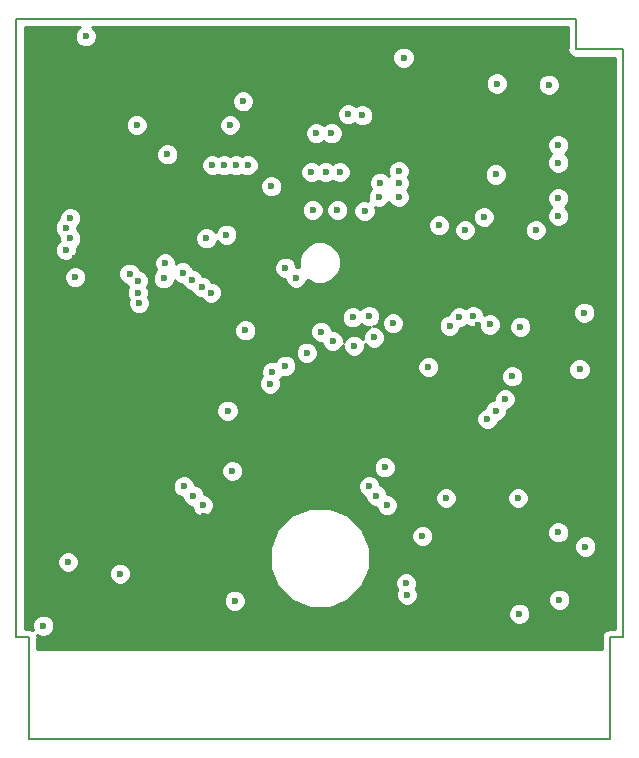
<source format=gbr>
G04 #@! TF.GenerationSoftware,KiCad,Pcbnew,5.0.0-rc2-unknown-01c2d93~65~ubuntu18.04.1*
G04 #@! TF.CreationDate,2018-07-04T16:37:19+03:00*
G04 #@! TF.ProjectId,GB-LIVE32,47422D4C49564533322E6B696361645F,v2.0*
G04 #@! TF.SameCoordinates,Original*
G04 #@! TF.FileFunction,Copper,L2,Inr,Signal*
G04 #@! TF.FilePolarity,Positive*
%FSLAX46Y46*%
G04 Gerber Fmt 4.6, Leading zero omitted, Abs format (unit mm)*
G04 Created by KiCad (PCBNEW 5.0.0-rc2-unknown-01c2d93~65~ubuntu18.04.1) date Wed Jul  4 16:37:19 2018*
%MOMM*%
%LPD*%
G01*
G04 APERTURE LIST*
G04 #@! TA.AperFunction,NonConductor*
%ADD10C,0.150000*%
G04 #@! TD*
G04 #@! TA.AperFunction,ViaPad*
%ADD11C,0.600000*%
G04 #@! TD*
G04 #@! TA.AperFunction,Conductor*
%ADD12C,0.254000*%
G04 #@! TD*
G04 APERTURE END LIST*
D10*
X121700000Y-41600000D02*
X125700000Y-41600000D01*
X121700000Y-39000000D02*
X121700000Y-41600000D01*
X125700000Y-41600000D02*
X125700000Y-91400000D01*
X74300000Y-39000000D02*
X121700000Y-39000000D01*
X74300000Y-91400000D02*
X74300000Y-39000000D01*
X124600000Y-91400000D02*
X125700000Y-91400000D01*
X75400000Y-91400000D02*
X74300000Y-91400000D01*
X124600000Y-91400000D02*
X124600000Y-100000000D01*
X75400000Y-100000000D02*
X124600000Y-100000000D01*
X75400000Y-91400000D02*
X75400000Y-100000000D01*
D11*
G04 #@! TO.N,Net-(C1-Pad2)*
X84500000Y-48000000D03*
X92400000Y-48000000D03*
G04 #@! TO.N,GND*
X93100000Y-39900000D03*
X92800000Y-86700000D03*
X120300000Y-86600000D03*
X123400000Y-90400000D03*
X78700000Y-88800000D03*
X81900000Y-89000000D03*
X90200000Y-81100000D03*
X84200000Y-81100000D03*
X110100000Y-89400000D03*
X110200000Y-81400000D03*
X110900000Y-81400000D03*
X86600000Y-46700000D03*
X81800000Y-43100000D03*
X81800000Y-44600000D03*
X96900000Y-40300000D03*
X107100000Y-44000000D03*
X122500000Y-82100000D03*
X120300000Y-80900000D03*
X105500000Y-75400000D03*
X107400000Y-89400000D03*
X107300000Y-82800000D03*
X103000000Y-69600000D03*
X97000000Y-72400000D03*
X97100000Y-58500000D03*
X79300000Y-59300000D03*
X92200000Y-73900000D03*
X114900000Y-50600000D03*
X110600000Y-44500000D03*
X113383309Y-64983309D03*
X97600000Y-53200000D03*
X96100000Y-48200000D03*
X94800000Y-42300000D03*
X83300000Y-46000000D03*
X78500000Y-48200000D03*
X84100000Y-50000000D03*
X120200000Y-52700000D03*
X87100000Y-52100000D03*
X124300000Y-52700000D03*
G04 #@! TO.N,VCC*
X92800000Y-88300000D03*
X78700000Y-85000000D03*
X107100000Y-42300000D03*
X122500000Y-83700000D03*
X120200000Y-82500000D03*
X105500000Y-77000000D03*
X107400000Y-87800000D03*
X97100000Y-60100000D03*
X79300000Y-60900000D03*
X92200000Y-72200000D03*
X114900000Y-52200000D03*
X115000000Y-44500000D03*
X119400000Y-44600000D03*
X92600000Y-77300000D03*
X122000000Y-68700000D03*
X95900000Y-53200000D03*
X120200000Y-51200000D03*
X87100000Y-50500000D03*
G04 #@! TO.N,Net-(C9-Pad1)*
X80200000Y-40500000D03*
X93500000Y-46000000D03*
G04 #@! TO.N,/VCC_CART*
X76600000Y-90400004D03*
X120300000Y-88200000D03*
G04 #@! TO.N,/~CS*
X116800000Y-79600000D03*
X92100000Y-57300000D03*
X103600000Y-47200000D03*
X110700000Y-79600000D03*
G04 #@! TO.N,/~GB_EN*
X93700000Y-65400000D03*
X95800000Y-69900000D03*
X101700000Y-52000000D03*
X102400000Y-47100000D03*
G04 #@! TO.N,/~GB_RES*
X98000000Y-60940000D03*
X122400002Y-63900000D03*
G04 #@! TO.N,/~WR*
X99300000Y-52000000D03*
X99700000Y-48700000D03*
X113900000Y-55800006D03*
X118300000Y-56900000D03*
G04 #@! TO.N,/~OE*
X100500000Y-52000000D03*
X101000000Y-48700000D03*
G04 #@! TO.N,/D4*
X78900000Y-55900000D03*
X114200000Y-72900000D03*
G04 #@! TO.N,/D5*
X78500000Y-56700000D03*
X114900000Y-72200000D03*
G04 #@! TO.N,/D6*
X78900000Y-57600000D03*
X115700000Y-71200000D03*
G04 #@! TO.N,/D7*
X78500000Y-58600000D03*
X116300000Y-69300000D03*
G04 #@! TO.N,/A0*
X83900000Y-60600000D03*
X90900000Y-51400000D03*
G04 #@! TO.N,/A1*
X84600000Y-61200000D03*
X91900000Y-51400000D03*
G04 #@! TO.N,/A2*
X84600000Y-62200000D03*
X92900000Y-51400000D03*
G04 #@! TO.N,/A3*
X84700000Y-63100000D03*
X93900000Y-51400000D03*
G04 #@! TO.N,/A4*
X90400000Y-57600000D03*
X103799994Y-55300000D03*
G04 #@! TO.N,/A5*
X104200000Y-78600000D03*
X88500000Y-78600000D03*
G04 #@! TO.N,/A6*
X104800000Y-79400000D03*
X89300006Y-79400000D03*
G04 #@! TO.N,/A7*
X105700000Y-80200000D03*
X90099992Y-80200000D03*
G04 #@! TO.N,/A8*
X96000000Y-68900000D03*
X106199978Y-64800000D03*
G04 #@! TO.N,/A9*
X97100000Y-68400000D03*
X104599978Y-66000000D03*
G04 #@! TO.N,/A10*
X117000000Y-65100000D03*
X109200000Y-68500000D03*
G04 #@! TO.N,/A11*
X98900000Y-67300000D03*
X102900006Y-66700000D03*
G04 #@! TO.N,/A12*
X100125000Y-65500000D03*
X102800000Y-64300000D03*
G04 #@! TO.N,/A13*
X101100000Y-66300000D03*
X104200000Y-64199994D03*
G04 #@! TO.N,/A14*
X112300000Y-56900000D03*
X110100000Y-56500000D03*
G04 #@! TO.N,/D0*
X111000000Y-65000000D03*
X90800000Y-62200000D03*
G04 #@! TO.N,/D1*
X111800000Y-64300010D03*
X90000004Y-61700000D03*
G04 #@! TO.N,/D2*
X113000000Y-64200000D03*
X89200000Y-61100000D03*
G04 #@! TO.N,/D3*
X114400000Y-64900000D03*
X88400000Y-60500000D03*
G04 #@! TO.N,Net-(U4-Pad1)*
X83100000Y-86000000D03*
X108700000Y-82800000D03*
G04 #@! TO.N,Net-(U4-Pad4)*
X107300000Y-86800000D03*
X116900000Y-89400000D03*
G04 #@! TO.N,/VPP*
X120200000Y-49700000D03*
X106700000Y-51900000D03*
X101500000Y-55200000D03*
X99400001Y-55200000D03*
G04 #@! TO.N,/PGD*
X86900000Y-59700000D03*
X120200000Y-54200000D03*
X106699992Y-52900000D03*
X105100000Y-52900000D03*
G04 #@! TO.N,/PGC*
X86800000Y-61000000D03*
X120200000Y-55700000D03*
X105000000Y-54100000D03*
X106700008Y-54100000D03*
G04 #@! TD*
D12*
G04 #@! TO.N,GND*
G36*
X79407345Y-39970365D02*
X79265000Y-40314017D01*
X79265000Y-40685983D01*
X79407345Y-41029635D01*
X79670365Y-41292655D01*
X80014017Y-41435000D01*
X80385983Y-41435000D01*
X80729635Y-41292655D01*
X80992655Y-41029635D01*
X81135000Y-40685983D01*
X81135000Y-40314017D01*
X80992655Y-39970365D01*
X80732290Y-39710000D01*
X120990000Y-39710000D01*
X120990001Y-41530070D01*
X120976091Y-41600000D01*
X121031195Y-41877028D01*
X121188119Y-42111881D01*
X121422972Y-42268805D01*
X121630074Y-42310000D01*
X121630075Y-42310000D01*
X121700000Y-42323909D01*
X121769926Y-42310000D01*
X124990000Y-42310000D01*
X124990001Y-90690000D01*
X124669925Y-90690000D01*
X124600000Y-90676091D01*
X124530074Y-90690000D01*
X124322972Y-90731195D01*
X124088119Y-90888119D01*
X123931195Y-91122972D01*
X123876091Y-91400000D01*
X123890000Y-91469925D01*
X123890000Y-92373000D01*
X76110000Y-92373000D01*
X76110000Y-91469925D01*
X76123909Y-91400000D01*
X76083771Y-91198212D01*
X76414017Y-91335004D01*
X76785983Y-91335004D01*
X77129635Y-91192659D01*
X77392655Y-90929639D01*
X77535000Y-90585987D01*
X77535000Y-90214021D01*
X77392655Y-89870369D01*
X77129635Y-89607349D01*
X76785983Y-89465004D01*
X76414017Y-89465004D01*
X76070365Y-89607349D01*
X75807345Y-89870369D01*
X75665000Y-90214021D01*
X75665000Y-90585987D01*
X75743561Y-90775651D01*
X75677028Y-90731195D01*
X75469926Y-90690000D01*
X75469925Y-90690000D01*
X75400000Y-90676091D01*
X75330074Y-90690000D01*
X75010000Y-90690000D01*
X75010000Y-88114017D01*
X91865000Y-88114017D01*
X91865000Y-88485983D01*
X92007345Y-88829635D01*
X92270365Y-89092655D01*
X92614017Y-89235000D01*
X92985983Y-89235000D01*
X93036640Y-89214017D01*
X115965000Y-89214017D01*
X115965000Y-89585983D01*
X116107345Y-89929635D01*
X116370365Y-90192655D01*
X116714017Y-90335000D01*
X117085983Y-90335000D01*
X117429635Y-90192655D01*
X117692655Y-89929635D01*
X117835000Y-89585983D01*
X117835000Y-89214017D01*
X117692655Y-88870365D01*
X117429635Y-88607345D01*
X117085983Y-88465000D01*
X116714017Y-88465000D01*
X116370365Y-88607345D01*
X116107345Y-88870365D01*
X115965000Y-89214017D01*
X93036640Y-89214017D01*
X93329635Y-89092655D01*
X93592655Y-88829635D01*
X93735000Y-88485983D01*
X93735000Y-88114017D01*
X93592655Y-87770365D01*
X93329635Y-87507345D01*
X92985983Y-87365000D01*
X92614017Y-87365000D01*
X92270365Y-87507345D01*
X92007345Y-87770365D01*
X91865000Y-88114017D01*
X75010000Y-88114017D01*
X75010000Y-84814017D01*
X77765000Y-84814017D01*
X77765000Y-85185983D01*
X77907345Y-85529635D01*
X78170365Y-85792655D01*
X78514017Y-85935000D01*
X78885983Y-85935000D01*
X79178062Y-85814017D01*
X82165000Y-85814017D01*
X82165000Y-86185983D01*
X82307345Y-86529635D01*
X82570365Y-86792655D01*
X82914017Y-86935000D01*
X83285983Y-86935000D01*
X83629635Y-86792655D01*
X83892655Y-86529635D01*
X84035000Y-86185983D01*
X84035000Y-85814017D01*
X83892655Y-85470365D01*
X83629635Y-85207345D01*
X83285983Y-85065000D01*
X82914017Y-85065000D01*
X82570365Y-85207345D01*
X82307345Y-85470365D01*
X82165000Y-85814017D01*
X79178062Y-85814017D01*
X79229635Y-85792655D01*
X79492655Y-85529635D01*
X79635000Y-85185983D01*
X79635000Y-84814017D01*
X79492655Y-84470365D01*
X79229635Y-84207345D01*
X78885983Y-84065000D01*
X78514017Y-84065000D01*
X78170365Y-84207345D01*
X77907345Y-84470365D01*
X77765000Y-84814017D01*
X75010000Y-84814017D01*
X75010000Y-83807606D01*
X95765000Y-83807606D01*
X95765000Y-85492394D01*
X96409740Y-87048935D01*
X97601065Y-88240260D01*
X99157606Y-88885000D01*
X100842394Y-88885000D01*
X102398935Y-88240260D01*
X103590260Y-87048935D01*
X103770408Y-86614017D01*
X106365000Y-86614017D01*
X106365000Y-86985983D01*
X106507345Y-87329635D01*
X106560696Y-87382986D01*
X106465000Y-87614017D01*
X106465000Y-87985983D01*
X106607345Y-88329635D01*
X106870365Y-88592655D01*
X107214017Y-88735000D01*
X107585983Y-88735000D01*
X107929635Y-88592655D01*
X108192655Y-88329635D01*
X108323387Y-88014017D01*
X119365000Y-88014017D01*
X119365000Y-88385983D01*
X119507345Y-88729635D01*
X119770365Y-88992655D01*
X120114017Y-89135000D01*
X120485983Y-89135000D01*
X120829635Y-88992655D01*
X121092655Y-88729635D01*
X121235000Y-88385983D01*
X121235000Y-88014017D01*
X121092655Y-87670365D01*
X120829635Y-87407345D01*
X120485983Y-87265000D01*
X120114017Y-87265000D01*
X119770365Y-87407345D01*
X119507345Y-87670365D01*
X119365000Y-88014017D01*
X108323387Y-88014017D01*
X108335000Y-87985983D01*
X108335000Y-87614017D01*
X108192655Y-87270365D01*
X108139304Y-87217014D01*
X108235000Y-86985983D01*
X108235000Y-86614017D01*
X108092655Y-86270365D01*
X107829635Y-86007345D01*
X107485983Y-85865000D01*
X107114017Y-85865000D01*
X106770365Y-86007345D01*
X106507345Y-86270365D01*
X106365000Y-86614017D01*
X103770408Y-86614017D01*
X104235000Y-85492394D01*
X104235000Y-83807606D01*
X103740600Y-82614017D01*
X107765000Y-82614017D01*
X107765000Y-82985983D01*
X107907345Y-83329635D01*
X108170365Y-83592655D01*
X108514017Y-83735000D01*
X108885983Y-83735000D01*
X109229635Y-83592655D01*
X109308273Y-83514017D01*
X121565000Y-83514017D01*
X121565000Y-83885983D01*
X121707345Y-84229635D01*
X121970365Y-84492655D01*
X122314017Y-84635000D01*
X122685983Y-84635000D01*
X123029635Y-84492655D01*
X123292655Y-84229635D01*
X123435000Y-83885983D01*
X123435000Y-83514017D01*
X123292655Y-83170365D01*
X123029635Y-82907345D01*
X122685983Y-82765000D01*
X122314017Y-82765000D01*
X121970365Y-82907345D01*
X121707345Y-83170365D01*
X121565000Y-83514017D01*
X109308273Y-83514017D01*
X109492655Y-83329635D01*
X109635000Y-82985983D01*
X109635000Y-82614017D01*
X109510737Y-82314017D01*
X119265000Y-82314017D01*
X119265000Y-82685983D01*
X119407345Y-83029635D01*
X119670365Y-83292655D01*
X120014017Y-83435000D01*
X120385983Y-83435000D01*
X120729635Y-83292655D01*
X120992655Y-83029635D01*
X121135000Y-82685983D01*
X121135000Y-82314017D01*
X120992655Y-81970365D01*
X120729635Y-81707345D01*
X120385983Y-81565000D01*
X120014017Y-81565000D01*
X119670365Y-81707345D01*
X119407345Y-81970365D01*
X119265000Y-82314017D01*
X109510737Y-82314017D01*
X109492655Y-82270365D01*
X109229635Y-82007345D01*
X108885983Y-81865000D01*
X108514017Y-81865000D01*
X108170365Y-82007345D01*
X107907345Y-82270365D01*
X107765000Y-82614017D01*
X103740600Y-82614017D01*
X103590260Y-82251065D01*
X102398935Y-81059740D01*
X100842394Y-80415000D01*
X99157606Y-80415000D01*
X97601065Y-81059740D01*
X96409740Y-82251065D01*
X95765000Y-83807606D01*
X75010000Y-83807606D01*
X75010000Y-78414017D01*
X87565000Y-78414017D01*
X87565000Y-78785983D01*
X87707345Y-79129635D01*
X87970365Y-79392655D01*
X88314017Y-79535000D01*
X88365006Y-79535000D01*
X88365006Y-79585983D01*
X88507351Y-79929635D01*
X88770371Y-80192655D01*
X89114023Y-80335000D01*
X89164992Y-80335000D01*
X89164992Y-80385983D01*
X89307337Y-80729635D01*
X89570357Y-80992655D01*
X89914009Y-81135000D01*
X90285975Y-81135000D01*
X90629627Y-80992655D01*
X90892647Y-80729635D01*
X91034992Y-80385983D01*
X91034992Y-80014017D01*
X90892647Y-79670365D01*
X90629627Y-79407345D01*
X90285975Y-79265000D01*
X90235006Y-79265000D01*
X90235006Y-79214017D01*
X90092661Y-78870365D01*
X89829641Y-78607345D01*
X89485989Y-78465000D01*
X89435000Y-78465000D01*
X89435000Y-78414017D01*
X103265000Y-78414017D01*
X103265000Y-78785983D01*
X103407345Y-79129635D01*
X103670365Y-79392655D01*
X103865000Y-79473275D01*
X103865000Y-79585983D01*
X104007345Y-79929635D01*
X104270365Y-80192655D01*
X104614017Y-80335000D01*
X104765000Y-80335000D01*
X104765000Y-80385983D01*
X104907345Y-80729635D01*
X105170365Y-80992655D01*
X105514017Y-81135000D01*
X105885983Y-81135000D01*
X106229635Y-80992655D01*
X106492655Y-80729635D01*
X106635000Y-80385983D01*
X106635000Y-80014017D01*
X106492655Y-79670365D01*
X106236307Y-79414017D01*
X109765000Y-79414017D01*
X109765000Y-79785983D01*
X109907345Y-80129635D01*
X110170365Y-80392655D01*
X110514017Y-80535000D01*
X110885983Y-80535000D01*
X111229635Y-80392655D01*
X111492655Y-80129635D01*
X111635000Y-79785983D01*
X111635000Y-79414017D01*
X115865000Y-79414017D01*
X115865000Y-79785983D01*
X116007345Y-80129635D01*
X116270365Y-80392655D01*
X116614017Y-80535000D01*
X116985983Y-80535000D01*
X117329635Y-80392655D01*
X117592655Y-80129635D01*
X117735000Y-79785983D01*
X117735000Y-79414017D01*
X117592655Y-79070365D01*
X117329635Y-78807345D01*
X116985983Y-78665000D01*
X116614017Y-78665000D01*
X116270365Y-78807345D01*
X116007345Y-79070365D01*
X115865000Y-79414017D01*
X111635000Y-79414017D01*
X111492655Y-79070365D01*
X111229635Y-78807345D01*
X110885983Y-78665000D01*
X110514017Y-78665000D01*
X110170365Y-78807345D01*
X109907345Y-79070365D01*
X109765000Y-79414017D01*
X106236307Y-79414017D01*
X106229635Y-79407345D01*
X105885983Y-79265000D01*
X105735000Y-79265000D01*
X105735000Y-79214017D01*
X105592655Y-78870365D01*
X105329635Y-78607345D01*
X105135000Y-78526725D01*
X105135000Y-78414017D01*
X104992655Y-78070365D01*
X104729635Y-77807345D01*
X104385983Y-77665000D01*
X104014017Y-77665000D01*
X103670365Y-77807345D01*
X103407345Y-78070365D01*
X103265000Y-78414017D01*
X89435000Y-78414017D01*
X89292655Y-78070365D01*
X89029635Y-77807345D01*
X88685983Y-77665000D01*
X88314017Y-77665000D01*
X87970365Y-77807345D01*
X87707345Y-78070365D01*
X87565000Y-78414017D01*
X75010000Y-78414017D01*
X75010000Y-77114017D01*
X91665000Y-77114017D01*
X91665000Y-77485983D01*
X91807345Y-77829635D01*
X92070365Y-78092655D01*
X92414017Y-78235000D01*
X92785983Y-78235000D01*
X93129635Y-78092655D01*
X93392655Y-77829635D01*
X93535000Y-77485983D01*
X93535000Y-77114017D01*
X93410737Y-76814017D01*
X104565000Y-76814017D01*
X104565000Y-77185983D01*
X104707345Y-77529635D01*
X104970365Y-77792655D01*
X105314017Y-77935000D01*
X105685983Y-77935000D01*
X106029635Y-77792655D01*
X106292655Y-77529635D01*
X106435000Y-77185983D01*
X106435000Y-76814017D01*
X106292655Y-76470365D01*
X106029635Y-76207345D01*
X105685983Y-76065000D01*
X105314017Y-76065000D01*
X104970365Y-76207345D01*
X104707345Y-76470365D01*
X104565000Y-76814017D01*
X93410737Y-76814017D01*
X93392655Y-76770365D01*
X93129635Y-76507345D01*
X92785983Y-76365000D01*
X92414017Y-76365000D01*
X92070365Y-76507345D01*
X91807345Y-76770365D01*
X91665000Y-77114017D01*
X75010000Y-77114017D01*
X75010000Y-72014017D01*
X91265000Y-72014017D01*
X91265000Y-72385983D01*
X91407345Y-72729635D01*
X91670365Y-72992655D01*
X92014017Y-73135000D01*
X92385983Y-73135000D01*
X92729635Y-72992655D01*
X92992655Y-72729635D01*
X92999124Y-72714017D01*
X113265000Y-72714017D01*
X113265000Y-73085983D01*
X113407345Y-73429635D01*
X113670365Y-73692655D01*
X114014017Y-73835000D01*
X114385983Y-73835000D01*
X114729635Y-73692655D01*
X114992655Y-73429635D01*
X115120643Y-73120643D01*
X115429635Y-72992655D01*
X115692655Y-72729635D01*
X115835000Y-72385983D01*
X115835000Y-72135000D01*
X115885983Y-72135000D01*
X116229635Y-71992655D01*
X116492655Y-71729635D01*
X116635000Y-71385983D01*
X116635000Y-71014017D01*
X116492655Y-70670365D01*
X116229635Y-70407345D01*
X115885983Y-70265000D01*
X115514017Y-70265000D01*
X115170365Y-70407345D01*
X114907345Y-70670365D01*
X114765000Y-71014017D01*
X114765000Y-71265000D01*
X114714017Y-71265000D01*
X114370365Y-71407345D01*
X114107345Y-71670365D01*
X113979357Y-71979357D01*
X113670365Y-72107345D01*
X113407345Y-72370365D01*
X113265000Y-72714017D01*
X92999124Y-72714017D01*
X93135000Y-72385983D01*
X93135000Y-72014017D01*
X92992655Y-71670365D01*
X92729635Y-71407345D01*
X92385983Y-71265000D01*
X92014017Y-71265000D01*
X91670365Y-71407345D01*
X91407345Y-71670365D01*
X91265000Y-72014017D01*
X75010000Y-72014017D01*
X75010000Y-69714017D01*
X94865000Y-69714017D01*
X94865000Y-70085983D01*
X95007345Y-70429635D01*
X95270365Y-70692655D01*
X95614017Y-70835000D01*
X95985983Y-70835000D01*
X96329635Y-70692655D01*
X96592655Y-70429635D01*
X96735000Y-70085983D01*
X96735000Y-69714017D01*
X96668593Y-69553697D01*
X96792655Y-69429635D01*
X96843886Y-69305951D01*
X96914017Y-69335000D01*
X97285983Y-69335000D01*
X97629635Y-69192655D01*
X97892655Y-68929635D01*
X98035000Y-68585983D01*
X98035000Y-68314017D01*
X108265000Y-68314017D01*
X108265000Y-68685983D01*
X108407345Y-69029635D01*
X108670365Y-69292655D01*
X109014017Y-69435000D01*
X109385983Y-69435000D01*
X109729635Y-69292655D01*
X109908273Y-69114017D01*
X115365000Y-69114017D01*
X115365000Y-69485983D01*
X115507345Y-69829635D01*
X115770365Y-70092655D01*
X116114017Y-70235000D01*
X116485983Y-70235000D01*
X116829635Y-70092655D01*
X117092655Y-69829635D01*
X117235000Y-69485983D01*
X117235000Y-69114017D01*
X117092655Y-68770365D01*
X116836307Y-68514017D01*
X121065000Y-68514017D01*
X121065000Y-68885983D01*
X121207345Y-69229635D01*
X121470365Y-69492655D01*
X121814017Y-69635000D01*
X122185983Y-69635000D01*
X122529635Y-69492655D01*
X122792655Y-69229635D01*
X122935000Y-68885983D01*
X122935000Y-68514017D01*
X122792655Y-68170365D01*
X122529635Y-67907345D01*
X122185983Y-67765000D01*
X121814017Y-67765000D01*
X121470365Y-67907345D01*
X121207345Y-68170365D01*
X121065000Y-68514017D01*
X116836307Y-68514017D01*
X116829635Y-68507345D01*
X116485983Y-68365000D01*
X116114017Y-68365000D01*
X115770365Y-68507345D01*
X115507345Y-68770365D01*
X115365000Y-69114017D01*
X109908273Y-69114017D01*
X109992655Y-69029635D01*
X110135000Y-68685983D01*
X110135000Y-68314017D01*
X109992655Y-67970365D01*
X109729635Y-67707345D01*
X109385983Y-67565000D01*
X109014017Y-67565000D01*
X108670365Y-67707345D01*
X108407345Y-67970365D01*
X108265000Y-68314017D01*
X98035000Y-68314017D01*
X98035000Y-68214017D01*
X97892655Y-67870365D01*
X97629635Y-67607345D01*
X97285983Y-67465000D01*
X96914017Y-67465000D01*
X96570365Y-67607345D01*
X96307345Y-67870365D01*
X96256114Y-67994049D01*
X96185983Y-67965000D01*
X95814017Y-67965000D01*
X95470365Y-68107345D01*
X95207345Y-68370365D01*
X95065000Y-68714017D01*
X95065000Y-69085983D01*
X95131407Y-69246303D01*
X95007345Y-69370365D01*
X94865000Y-69714017D01*
X75010000Y-69714017D01*
X75010000Y-67114017D01*
X97965000Y-67114017D01*
X97965000Y-67485983D01*
X98107345Y-67829635D01*
X98370365Y-68092655D01*
X98714017Y-68235000D01*
X99085983Y-68235000D01*
X99429635Y-68092655D01*
X99692655Y-67829635D01*
X99835000Y-67485983D01*
X99835000Y-67114017D01*
X99692655Y-66770365D01*
X99429635Y-66507345D01*
X99085983Y-66365000D01*
X98714017Y-66365000D01*
X98370365Y-66507345D01*
X98107345Y-66770365D01*
X97965000Y-67114017D01*
X75010000Y-67114017D01*
X75010000Y-65214017D01*
X92765000Y-65214017D01*
X92765000Y-65585983D01*
X92907345Y-65929635D01*
X93170365Y-66192655D01*
X93514017Y-66335000D01*
X93885983Y-66335000D01*
X94229635Y-66192655D01*
X94492655Y-65929635D01*
X94635000Y-65585983D01*
X94635000Y-65314017D01*
X99190000Y-65314017D01*
X99190000Y-65685983D01*
X99332345Y-66029635D01*
X99595365Y-66292655D01*
X99939017Y-66435000D01*
X100165000Y-66435000D01*
X100165000Y-66485983D01*
X100307345Y-66829635D01*
X100570365Y-67092655D01*
X100914017Y-67235000D01*
X101285983Y-67235000D01*
X101629635Y-67092655D01*
X101892655Y-66829635D01*
X101965006Y-66654964D01*
X101965006Y-66885983D01*
X102107351Y-67229635D01*
X102370371Y-67492655D01*
X102714023Y-67635000D01*
X103085989Y-67635000D01*
X103429641Y-67492655D01*
X103692661Y-67229635D01*
X103835006Y-66885983D01*
X103835006Y-66557318D01*
X104070343Y-66792655D01*
X104413995Y-66935000D01*
X104785961Y-66935000D01*
X105129613Y-66792655D01*
X105392633Y-66529635D01*
X105534978Y-66185983D01*
X105534978Y-65814017D01*
X105392633Y-65470365D01*
X105129613Y-65207345D01*
X104785961Y-65065000D01*
X104554964Y-65065000D01*
X104729635Y-64992649D01*
X104992655Y-64729629D01*
X105040542Y-64614017D01*
X105264978Y-64614017D01*
X105264978Y-64985983D01*
X105407323Y-65329635D01*
X105670343Y-65592655D01*
X106013995Y-65735000D01*
X106385961Y-65735000D01*
X106729613Y-65592655D01*
X106992633Y-65329635D01*
X107134978Y-64985983D01*
X107134978Y-64814017D01*
X110065000Y-64814017D01*
X110065000Y-65185983D01*
X110207345Y-65529635D01*
X110470365Y-65792655D01*
X110814017Y-65935000D01*
X111185983Y-65935000D01*
X111529635Y-65792655D01*
X111792655Y-65529635D01*
X111914692Y-65235010D01*
X111985983Y-65235010D01*
X112329635Y-65092665D01*
X112450005Y-64972295D01*
X112470365Y-64992655D01*
X112814017Y-65135000D01*
X113185983Y-65135000D01*
X113465000Y-65019428D01*
X113465000Y-65085983D01*
X113607345Y-65429635D01*
X113870365Y-65692655D01*
X114214017Y-65835000D01*
X114585983Y-65835000D01*
X114929635Y-65692655D01*
X115192655Y-65429635D01*
X115335000Y-65085983D01*
X115335000Y-64914017D01*
X116065000Y-64914017D01*
X116065000Y-65285983D01*
X116207345Y-65629635D01*
X116470365Y-65892655D01*
X116814017Y-66035000D01*
X117185983Y-66035000D01*
X117529635Y-65892655D01*
X117792655Y-65629635D01*
X117935000Y-65285983D01*
X117935000Y-64914017D01*
X117792655Y-64570365D01*
X117529635Y-64307345D01*
X117185983Y-64165000D01*
X116814017Y-64165000D01*
X116470365Y-64307345D01*
X116207345Y-64570365D01*
X116065000Y-64914017D01*
X115335000Y-64914017D01*
X115335000Y-64714017D01*
X115192655Y-64370365D01*
X114929635Y-64107345D01*
X114585983Y-63965000D01*
X114214017Y-63965000D01*
X113935000Y-64080572D01*
X113935000Y-64014017D01*
X113810737Y-63714017D01*
X121465002Y-63714017D01*
X121465002Y-64085983D01*
X121607347Y-64429635D01*
X121870367Y-64692655D01*
X122214019Y-64835000D01*
X122585985Y-64835000D01*
X122929637Y-64692655D01*
X123192657Y-64429635D01*
X123335002Y-64085983D01*
X123335002Y-63714017D01*
X123192657Y-63370365D01*
X122929637Y-63107345D01*
X122585985Y-62965000D01*
X122214019Y-62965000D01*
X121870367Y-63107345D01*
X121607347Y-63370365D01*
X121465002Y-63714017D01*
X113810737Y-63714017D01*
X113792655Y-63670365D01*
X113529635Y-63407345D01*
X113185983Y-63265000D01*
X112814017Y-63265000D01*
X112470365Y-63407345D01*
X112349995Y-63527715D01*
X112329635Y-63507355D01*
X111985983Y-63365010D01*
X111614017Y-63365010D01*
X111270365Y-63507355D01*
X111007345Y-63770375D01*
X110885308Y-64065000D01*
X110814017Y-64065000D01*
X110470365Y-64207345D01*
X110207345Y-64470365D01*
X110065000Y-64814017D01*
X107134978Y-64814017D01*
X107134978Y-64614017D01*
X106992633Y-64270365D01*
X106729613Y-64007345D01*
X106385961Y-63865000D01*
X106013995Y-63865000D01*
X105670343Y-64007345D01*
X105407323Y-64270365D01*
X105264978Y-64614017D01*
X105040542Y-64614017D01*
X105135000Y-64385977D01*
X105135000Y-64014011D01*
X104992655Y-63670359D01*
X104729635Y-63407339D01*
X104385983Y-63264994D01*
X104014017Y-63264994D01*
X103670365Y-63407339D01*
X103449997Y-63627707D01*
X103329635Y-63507345D01*
X102985983Y-63365000D01*
X102614017Y-63365000D01*
X102270365Y-63507345D01*
X102007345Y-63770365D01*
X101865000Y-64114017D01*
X101865000Y-64485983D01*
X102007345Y-64829635D01*
X102270365Y-65092655D01*
X102614017Y-65235000D01*
X102985983Y-65235000D01*
X103329635Y-65092655D01*
X103550003Y-64872287D01*
X103670365Y-64992649D01*
X104014017Y-65134994D01*
X104245014Y-65134994D01*
X104070343Y-65207345D01*
X103807323Y-65470365D01*
X103664978Y-65814017D01*
X103664978Y-66142682D01*
X103429641Y-65907345D01*
X103085989Y-65765000D01*
X102714023Y-65765000D01*
X102370371Y-65907345D01*
X102107351Y-66170365D01*
X102035000Y-66345036D01*
X102035000Y-66114017D01*
X101892655Y-65770365D01*
X101629635Y-65507345D01*
X101285983Y-65365000D01*
X101060000Y-65365000D01*
X101060000Y-65314017D01*
X100917655Y-64970365D01*
X100654635Y-64707345D01*
X100310983Y-64565000D01*
X99939017Y-64565000D01*
X99595365Y-64707345D01*
X99332345Y-64970365D01*
X99190000Y-65314017D01*
X94635000Y-65314017D01*
X94635000Y-65214017D01*
X94492655Y-64870365D01*
X94229635Y-64607345D01*
X93885983Y-64465000D01*
X93514017Y-64465000D01*
X93170365Y-64607345D01*
X92907345Y-64870365D01*
X92765000Y-65214017D01*
X75010000Y-65214017D01*
X75010000Y-60714017D01*
X78365000Y-60714017D01*
X78365000Y-61085983D01*
X78507345Y-61429635D01*
X78770365Y-61692655D01*
X79114017Y-61835000D01*
X79485983Y-61835000D01*
X79829635Y-61692655D01*
X80092655Y-61429635D01*
X80235000Y-61085983D01*
X80235000Y-60714017D01*
X80110737Y-60414017D01*
X82965000Y-60414017D01*
X82965000Y-60785983D01*
X83107345Y-61129635D01*
X83370365Y-61392655D01*
X83714017Y-61535000D01*
X83726725Y-61535000D01*
X83795070Y-61700000D01*
X83665000Y-62014017D01*
X83665000Y-62385983D01*
X83807345Y-62729635D01*
X83831407Y-62753697D01*
X83765000Y-62914017D01*
X83765000Y-63285983D01*
X83907345Y-63629635D01*
X84170365Y-63892655D01*
X84514017Y-64035000D01*
X84885983Y-64035000D01*
X85229635Y-63892655D01*
X85492655Y-63629635D01*
X85635000Y-63285983D01*
X85635000Y-62914017D01*
X85492655Y-62570365D01*
X85468593Y-62546303D01*
X85535000Y-62385983D01*
X85535000Y-62014017D01*
X85404930Y-61700000D01*
X85535000Y-61385983D01*
X85535000Y-61014017D01*
X85452158Y-60814017D01*
X85865000Y-60814017D01*
X85865000Y-61185983D01*
X86007345Y-61529635D01*
X86270365Y-61792655D01*
X86614017Y-61935000D01*
X86985983Y-61935000D01*
X87329635Y-61792655D01*
X87592655Y-61529635D01*
X87735000Y-61185983D01*
X87735000Y-61157290D01*
X87870365Y-61292655D01*
X88214017Y-61435000D01*
X88326725Y-61435000D01*
X88407345Y-61629635D01*
X88670365Y-61892655D01*
X89014017Y-62035000D01*
X89126729Y-62035000D01*
X89207349Y-62229635D01*
X89470369Y-62492655D01*
X89814021Y-62635000D01*
X89968146Y-62635000D01*
X90007345Y-62729635D01*
X90270365Y-62992655D01*
X90614017Y-63135000D01*
X90985983Y-63135000D01*
X91329635Y-62992655D01*
X91592655Y-62729635D01*
X91735000Y-62385983D01*
X91735000Y-62014017D01*
X91592655Y-61670365D01*
X91329635Y-61407345D01*
X90985983Y-61265000D01*
X90831858Y-61265000D01*
X90792659Y-61170365D01*
X90529639Y-60907345D01*
X90185987Y-60765000D01*
X90073275Y-60765000D01*
X89992655Y-60570365D01*
X89729635Y-60307345D01*
X89385983Y-60165000D01*
X89273275Y-60165000D01*
X89192655Y-59970365D01*
X89136307Y-59914017D01*
X96165000Y-59914017D01*
X96165000Y-60285983D01*
X96307345Y-60629635D01*
X96570365Y-60892655D01*
X96914017Y-61035000D01*
X97065000Y-61035000D01*
X97065000Y-61125983D01*
X97207345Y-61469635D01*
X97470365Y-61732655D01*
X97814017Y-61875000D01*
X98185983Y-61875000D01*
X98529635Y-61732655D01*
X98792655Y-61469635D01*
X98935000Y-61125983D01*
X98935000Y-61109371D01*
X98988879Y-61163250D01*
X99644941Y-61435000D01*
X100355059Y-61435000D01*
X101011121Y-61163250D01*
X101513250Y-60661121D01*
X101785000Y-60005059D01*
X101785000Y-59294941D01*
X101513250Y-58638879D01*
X101011121Y-58136750D01*
X100355059Y-57865000D01*
X99644941Y-57865000D01*
X98988879Y-58136750D01*
X98486750Y-58638879D01*
X98215000Y-59294941D01*
X98215000Y-60005059D01*
X98220980Y-60019496D01*
X98185983Y-60005000D01*
X98035000Y-60005000D01*
X98035000Y-59914017D01*
X97892655Y-59570365D01*
X97629635Y-59307345D01*
X97285983Y-59165000D01*
X96914017Y-59165000D01*
X96570365Y-59307345D01*
X96307345Y-59570365D01*
X96165000Y-59914017D01*
X89136307Y-59914017D01*
X88929635Y-59707345D01*
X88585983Y-59565000D01*
X88214017Y-59565000D01*
X87870365Y-59707345D01*
X87835000Y-59742710D01*
X87835000Y-59514017D01*
X87692655Y-59170365D01*
X87429635Y-58907345D01*
X87085983Y-58765000D01*
X86714017Y-58765000D01*
X86370365Y-58907345D01*
X86107345Y-59170365D01*
X85965000Y-59514017D01*
X85965000Y-59885983D01*
X86107345Y-60229635D01*
X86177710Y-60300000D01*
X86007345Y-60470365D01*
X85865000Y-60814017D01*
X85452158Y-60814017D01*
X85392655Y-60670365D01*
X85129635Y-60407345D01*
X84785983Y-60265000D01*
X84773275Y-60265000D01*
X84692655Y-60070365D01*
X84429635Y-59807345D01*
X84085983Y-59665000D01*
X83714017Y-59665000D01*
X83370365Y-59807345D01*
X83107345Y-60070365D01*
X82965000Y-60414017D01*
X80110737Y-60414017D01*
X80092655Y-60370365D01*
X79829635Y-60107345D01*
X79485983Y-59965000D01*
X79114017Y-59965000D01*
X78770365Y-60107345D01*
X78507345Y-60370365D01*
X78365000Y-60714017D01*
X75010000Y-60714017D01*
X75010000Y-56514017D01*
X77565000Y-56514017D01*
X77565000Y-56885983D01*
X77707345Y-57229635D01*
X77965000Y-57487290D01*
X77965000Y-57785983D01*
X77973338Y-57806113D01*
X77970365Y-57807345D01*
X77707345Y-58070365D01*
X77565000Y-58414017D01*
X77565000Y-58785983D01*
X77707345Y-59129635D01*
X77970365Y-59392655D01*
X78314017Y-59535000D01*
X78685983Y-59535000D01*
X79029635Y-59392655D01*
X79292655Y-59129635D01*
X79435000Y-58785983D01*
X79435000Y-58414017D01*
X79426662Y-58393887D01*
X79429635Y-58392655D01*
X79692655Y-58129635D01*
X79835000Y-57785983D01*
X79835000Y-57414017D01*
X89465000Y-57414017D01*
X89465000Y-57785983D01*
X89607345Y-58129635D01*
X89870365Y-58392655D01*
X90214017Y-58535000D01*
X90585983Y-58535000D01*
X90929635Y-58392655D01*
X91192655Y-58129635D01*
X91314115Y-57836405D01*
X91570365Y-58092655D01*
X91914017Y-58235000D01*
X92285983Y-58235000D01*
X92629635Y-58092655D01*
X92892655Y-57829635D01*
X93035000Y-57485983D01*
X93035000Y-57114017D01*
X92892655Y-56770365D01*
X92629635Y-56507345D01*
X92285983Y-56365000D01*
X91914017Y-56365000D01*
X91570365Y-56507345D01*
X91307345Y-56770365D01*
X91185885Y-57063595D01*
X90929635Y-56807345D01*
X90585983Y-56665000D01*
X90214017Y-56665000D01*
X89870365Y-56807345D01*
X89607345Y-57070365D01*
X89465000Y-57414017D01*
X79835000Y-57414017D01*
X79692655Y-57070365D01*
X79435000Y-56812710D01*
X79435000Y-56687290D01*
X79692655Y-56429635D01*
X79740545Y-56314017D01*
X109165000Y-56314017D01*
X109165000Y-56685983D01*
X109307345Y-57029635D01*
X109570365Y-57292655D01*
X109914017Y-57435000D01*
X110285983Y-57435000D01*
X110629635Y-57292655D01*
X110892655Y-57029635D01*
X111023387Y-56714017D01*
X111365000Y-56714017D01*
X111365000Y-57085983D01*
X111507345Y-57429635D01*
X111770365Y-57692655D01*
X112114017Y-57835000D01*
X112485983Y-57835000D01*
X112829635Y-57692655D01*
X113092655Y-57429635D01*
X113235000Y-57085983D01*
X113235000Y-56714017D01*
X113092655Y-56370365D01*
X112829635Y-56107345D01*
X112485983Y-55965000D01*
X112114017Y-55965000D01*
X111770365Y-56107345D01*
X111507345Y-56370365D01*
X111365000Y-56714017D01*
X111023387Y-56714017D01*
X111035000Y-56685983D01*
X111035000Y-56314017D01*
X110892655Y-55970365D01*
X110629635Y-55707345D01*
X110404336Y-55614023D01*
X112965000Y-55614023D01*
X112965000Y-55985989D01*
X113107345Y-56329641D01*
X113370365Y-56592661D01*
X113714017Y-56735006D01*
X114085983Y-56735006D01*
X114136655Y-56714017D01*
X117365000Y-56714017D01*
X117365000Y-57085983D01*
X117507345Y-57429635D01*
X117770365Y-57692655D01*
X118114017Y-57835000D01*
X118485983Y-57835000D01*
X118829635Y-57692655D01*
X119092655Y-57429635D01*
X119235000Y-57085983D01*
X119235000Y-56714017D01*
X119092655Y-56370365D01*
X118829635Y-56107345D01*
X118485983Y-55965000D01*
X118114017Y-55965000D01*
X117770365Y-56107345D01*
X117507345Y-56370365D01*
X117365000Y-56714017D01*
X114136655Y-56714017D01*
X114429635Y-56592661D01*
X114692655Y-56329641D01*
X114835000Y-55985989D01*
X114835000Y-55614023D01*
X114692655Y-55270371D01*
X114429635Y-55007351D01*
X114085983Y-54865006D01*
X113714017Y-54865006D01*
X113370365Y-55007351D01*
X113107345Y-55270371D01*
X112965000Y-55614023D01*
X110404336Y-55614023D01*
X110285983Y-55565000D01*
X109914017Y-55565000D01*
X109570365Y-55707345D01*
X109307345Y-55970365D01*
X109165000Y-56314017D01*
X79740545Y-56314017D01*
X79835000Y-56085983D01*
X79835000Y-55714017D01*
X79692655Y-55370365D01*
X79429635Y-55107345D01*
X79204321Y-55014017D01*
X98465001Y-55014017D01*
X98465001Y-55385983D01*
X98607346Y-55729635D01*
X98870366Y-55992655D01*
X99214018Y-56135000D01*
X99585984Y-56135000D01*
X99929636Y-55992655D01*
X100192656Y-55729635D01*
X100335001Y-55385983D01*
X100335001Y-55014017D01*
X100565000Y-55014017D01*
X100565000Y-55385983D01*
X100707345Y-55729635D01*
X100970365Y-55992655D01*
X101314017Y-56135000D01*
X101685983Y-56135000D01*
X102029635Y-55992655D01*
X102292655Y-55729635D01*
X102435000Y-55385983D01*
X102435000Y-55114017D01*
X102864994Y-55114017D01*
X102864994Y-55485983D01*
X103007339Y-55829635D01*
X103270359Y-56092655D01*
X103614011Y-56235000D01*
X103985977Y-56235000D01*
X104329629Y-56092655D01*
X104592649Y-55829635D01*
X104734994Y-55485983D01*
X104734994Y-55114017D01*
X104679120Y-54979124D01*
X104814017Y-55035000D01*
X105185983Y-55035000D01*
X105529635Y-54892655D01*
X105792655Y-54629635D01*
X105850004Y-54491182D01*
X105907353Y-54629635D01*
X106170373Y-54892655D01*
X106514025Y-55035000D01*
X106885991Y-55035000D01*
X107229643Y-54892655D01*
X107492663Y-54629635D01*
X107635008Y-54285983D01*
X107635008Y-54014017D01*
X119265000Y-54014017D01*
X119265000Y-54385983D01*
X119407345Y-54729635D01*
X119627710Y-54950000D01*
X119407345Y-55170365D01*
X119265000Y-55514017D01*
X119265000Y-55885983D01*
X119407345Y-56229635D01*
X119670365Y-56492655D01*
X120014017Y-56635000D01*
X120385983Y-56635000D01*
X120729635Y-56492655D01*
X120992655Y-56229635D01*
X121135000Y-55885983D01*
X121135000Y-55514017D01*
X120992655Y-55170365D01*
X120772290Y-54950000D01*
X120992655Y-54729635D01*
X121135000Y-54385983D01*
X121135000Y-54014017D01*
X120992655Y-53670365D01*
X120729635Y-53407345D01*
X120385983Y-53265000D01*
X120014017Y-53265000D01*
X119670365Y-53407345D01*
X119407345Y-53670365D01*
X119265000Y-54014017D01*
X107635008Y-54014017D01*
X107635008Y-53914017D01*
X107492663Y-53570365D01*
X107422290Y-53499992D01*
X107492647Y-53429635D01*
X107634992Y-53085983D01*
X107634992Y-52714017D01*
X107504926Y-52400010D01*
X107635000Y-52085983D01*
X107635000Y-52014017D01*
X113965000Y-52014017D01*
X113965000Y-52385983D01*
X114107345Y-52729635D01*
X114370365Y-52992655D01*
X114714017Y-53135000D01*
X115085983Y-53135000D01*
X115429635Y-52992655D01*
X115692655Y-52729635D01*
X115835000Y-52385983D01*
X115835000Y-52014017D01*
X115692655Y-51670365D01*
X115429635Y-51407345D01*
X115085983Y-51265000D01*
X114714017Y-51265000D01*
X114370365Y-51407345D01*
X114107345Y-51670365D01*
X113965000Y-52014017D01*
X107635000Y-52014017D01*
X107635000Y-51714017D01*
X107492655Y-51370365D01*
X107229635Y-51107345D01*
X106885983Y-50965000D01*
X106514017Y-50965000D01*
X106170365Y-51107345D01*
X105907345Y-51370365D01*
X105765000Y-51714017D01*
X105765000Y-52085983D01*
X105875822Y-52353532D01*
X105629635Y-52107345D01*
X105285983Y-51965000D01*
X104914017Y-51965000D01*
X104570365Y-52107345D01*
X104307345Y-52370365D01*
X104165000Y-52714017D01*
X104165000Y-53085983D01*
X104307345Y-53429635D01*
X104327710Y-53450000D01*
X104207345Y-53570365D01*
X104065000Y-53914017D01*
X104065000Y-54285983D01*
X104120874Y-54420876D01*
X103985977Y-54365000D01*
X103614011Y-54365000D01*
X103270359Y-54507345D01*
X103007339Y-54770365D01*
X102864994Y-55114017D01*
X102435000Y-55114017D01*
X102435000Y-55014017D01*
X102292655Y-54670365D01*
X102029635Y-54407345D01*
X101685983Y-54265000D01*
X101314017Y-54265000D01*
X100970365Y-54407345D01*
X100707345Y-54670365D01*
X100565000Y-55014017D01*
X100335001Y-55014017D01*
X100192656Y-54670365D01*
X99929636Y-54407345D01*
X99585984Y-54265000D01*
X99214018Y-54265000D01*
X98870366Y-54407345D01*
X98607346Y-54670365D01*
X98465001Y-55014017D01*
X79204321Y-55014017D01*
X79085983Y-54965000D01*
X78714017Y-54965000D01*
X78370365Y-55107345D01*
X78107345Y-55370365D01*
X77965000Y-55714017D01*
X77965000Y-55912710D01*
X77707345Y-56170365D01*
X77565000Y-56514017D01*
X75010000Y-56514017D01*
X75010000Y-53014017D01*
X94965000Y-53014017D01*
X94965000Y-53385983D01*
X95107345Y-53729635D01*
X95370365Y-53992655D01*
X95714017Y-54135000D01*
X96085983Y-54135000D01*
X96429635Y-53992655D01*
X96692655Y-53729635D01*
X96835000Y-53385983D01*
X96835000Y-53014017D01*
X96692655Y-52670365D01*
X96429635Y-52407345D01*
X96085983Y-52265000D01*
X95714017Y-52265000D01*
X95370365Y-52407345D01*
X95107345Y-52670365D01*
X94965000Y-53014017D01*
X75010000Y-53014017D01*
X75010000Y-50314017D01*
X86165000Y-50314017D01*
X86165000Y-50685983D01*
X86307345Y-51029635D01*
X86570365Y-51292655D01*
X86914017Y-51435000D01*
X87285983Y-51435000D01*
X87629635Y-51292655D01*
X87708273Y-51214017D01*
X89965000Y-51214017D01*
X89965000Y-51585983D01*
X90107345Y-51929635D01*
X90370365Y-52192655D01*
X90714017Y-52335000D01*
X91085983Y-52335000D01*
X91400000Y-52204930D01*
X91714017Y-52335000D01*
X92085983Y-52335000D01*
X92400000Y-52204930D01*
X92714017Y-52335000D01*
X93085983Y-52335000D01*
X93400000Y-52204930D01*
X93714017Y-52335000D01*
X94085983Y-52335000D01*
X94429635Y-52192655D01*
X94692655Y-51929635D01*
X94740545Y-51814017D01*
X98365000Y-51814017D01*
X98365000Y-52185983D01*
X98507345Y-52529635D01*
X98770365Y-52792655D01*
X99114017Y-52935000D01*
X99485983Y-52935000D01*
X99829635Y-52792655D01*
X99900000Y-52722290D01*
X99970365Y-52792655D01*
X100314017Y-52935000D01*
X100685983Y-52935000D01*
X101029635Y-52792655D01*
X101100000Y-52722290D01*
X101170365Y-52792655D01*
X101514017Y-52935000D01*
X101885983Y-52935000D01*
X102229635Y-52792655D01*
X102492655Y-52529635D01*
X102635000Y-52185983D01*
X102635000Y-51814017D01*
X102492655Y-51470365D01*
X102229635Y-51207345D01*
X101885983Y-51065000D01*
X101514017Y-51065000D01*
X101170365Y-51207345D01*
X101100000Y-51277710D01*
X101029635Y-51207345D01*
X100685983Y-51065000D01*
X100314017Y-51065000D01*
X99970365Y-51207345D01*
X99900000Y-51277710D01*
X99829635Y-51207345D01*
X99485983Y-51065000D01*
X99114017Y-51065000D01*
X98770365Y-51207345D01*
X98507345Y-51470365D01*
X98365000Y-51814017D01*
X94740545Y-51814017D01*
X94835000Y-51585983D01*
X94835000Y-51214017D01*
X94692655Y-50870365D01*
X94429635Y-50607345D01*
X94085983Y-50465000D01*
X93714017Y-50465000D01*
X93400000Y-50595070D01*
X93085983Y-50465000D01*
X92714017Y-50465000D01*
X92400000Y-50595070D01*
X92085983Y-50465000D01*
X91714017Y-50465000D01*
X91400000Y-50595070D01*
X91085983Y-50465000D01*
X90714017Y-50465000D01*
X90370365Y-50607345D01*
X90107345Y-50870365D01*
X89965000Y-51214017D01*
X87708273Y-51214017D01*
X87892655Y-51029635D01*
X88035000Y-50685983D01*
X88035000Y-50314017D01*
X87892655Y-49970365D01*
X87629635Y-49707345D01*
X87285983Y-49565000D01*
X86914017Y-49565000D01*
X86570365Y-49707345D01*
X86307345Y-49970365D01*
X86165000Y-50314017D01*
X75010000Y-50314017D01*
X75010000Y-47814017D01*
X83565000Y-47814017D01*
X83565000Y-48185983D01*
X83707345Y-48529635D01*
X83970365Y-48792655D01*
X84314017Y-48935000D01*
X84685983Y-48935000D01*
X85029635Y-48792655D01*
X85292655Y-48529635D01*
X85435000Y-48185983D01*
X85435000Y-47814017D01*
X91465000Y-47814017D01*
X91465000Y-48185983D01*
X91607345Y-48529635D01*
X91870365Y-48792655D01*
X92214017Y-48935000D01*
X92585983Y-48935000D01*
X92929635Y-48792655D01*
X93192655Y-48529635D01*
X93199124Y-48514017D01*
X98765000Y-48514017D01*
X98765000Y-48885983D01*
X98907345Y-49229635D01*
X99170365Y-49492655D01*
X99514017Y-49635000D01*
X99885983Y-49635000D01*
X100229635Y-49492655D01*
X100350000Y-49372290D01*
X100470365Y-49492655D01*
X100814017Y-49635000D01*
X101185983Y-49635000D01*
X101478062Y-49514017D01*
X119265000Y-49514017D01*
X119265000Y-49885983D01*
X119407345Y-50229635D01*
X119627710Y-50450000D01*
X119407345Y-50670365D01*
X119265000Y-51014017D01*
X119265000Y-51385983D01*
X119407345Y-51729635D01*
X119670365Y-51992655D01*
X120014017Y-52135000D01*
X120385983Y-52135000D01*
X120729635Y-51992655D01*
X120992655Y-51729635D01*
X121135000Y-51385983D01*
X121135000Y-51014017D01*
X120992655Y-50670365D01*
X120772290Y-50450000D01*
X120992655Y-50229635D01*
X121135000Y-49885983D01*
X121135000Y-49514017D01*
X120992655Y-49170365D01*
X120729635Y-48907345D01*
X120385983Y-48765000D01*
X120014017Y-48765000D01*
X119670365Y-48907345D01*
X119407345Y-49170365D01*
X119265000Y-49514017D01*
X101478062Y-49514017D01*
X101529635Y-49492655D01*
X101792655Y-49229635D01*
X101935000Y-48885983D01*
X101935000Y-48514017D01*
X101792655Y-48170365D01*
X101529635Y-47907345D01*
X101185983Y-47765000D01*
X100814017Y-47765000D01*
X100470365Y-47907345D01*
X100350000Y-48027710D01*
X100229635Y-47907345D01*
X99885983Y-47765000D01*
X99514017Y-47765000D01*
X99170365Y-47907345D01*
X98907345Y-48170365D01*
X98765000Y-48514017D01*
X93199124Y-48514017D01*
X93335000Y-48185983D01*
X93335000Y-47814017D01*
X93192655Y-47470365D01*
X92929635Y-47207345D01*
X92585983Y-47065000D01*
X92214017Y-47065000D01*
X91870365Y-47207345D01*
X91607345Y-47470365D01*
X91465000Y-47814017D01*
X85435000Y-47814017D01*
X85292655Y-47470365D01*
X85029635Y-47207345D01*
X84685983Y-47065000D01*
X84314017Y-47065000D01*
X83970365Y-47207345D01*
X83707345Y-47470365D01*
X83565000Y-47814017D01*
X75010000Y-47814017D01*
X75010000Y-45814017D01*
X92565000Y-45814017D01*
X92565000Y-46185983D01*
X92707345Y-46529635D01*
X92970365Y-46792655D01*
X93314017Y-46935000D01*
X93685983Y-46935000D01*
X93736640Y-46914017D01*
X101465000Y-46914017D01*
X101465000Y-47285983D01*
X101607345Y-47629635D01*
X101870365Y-47892655D01*
X102214017Y-48035000D01*
X102585983Y-48035000D01*
X102929635Y-47892655D01*
X102950000Y-47872290D01*
X103070365Y-47992655D01*
X103414017Y-48135000D01*
X103785983Y-48135000D01*
X104129635Y-47992655D01*
X104392655Y-47729635D01*
X104535000Y-47385983D01*
X104535000Y-47014017D01*
X104392655Y-46670365D01*
X104129635Y-46407345D01*
X103785983Y-46265000D01*
X103414017Y-46265000D01*
X103070365Y-46407345D01*
X103050000Y-46427710D01*
X102929635Y-46307345D01*
X102585983Y-46165000D01*
X102214017Y-46165000D01*
X101870365Y-46307345D01*
X101607345Y-46570365D01*
X101465000Y-46914017D01*
X93736640Y-46914017D01*
X94029635Y-46792655D01*
X94292655Y-46529635D01*
X94435000Y-46185983D01*
X94435000Y-45814017D01*
X94292655Y-45470365D01*
X94029635Y-45207345D01*
X93685983Y-45065000D01*
X93314017Y-45065000D01*
X92970365Y-45207345D01*
X92707345Y-45470365D01*
X92565000Y-45814017D01*
X75010000Y-45814017D01*
X75010000Y-44314017D01*
X114065000Y-44314017D01*
X114065000Y-44685983D01*
X114207345Y-45029635D01*
X114470365Y-45292655D01*
X114814017Y-45435000D01*
X115185983Y-45435000D01*
X115529635Y-45292655D01*
X115792655Y-45029635D01*
X115935000Y-44685983D01*
X115935000Y-44414017D01*
X118465000Y-44414017D01*
X118465000Y-44785983D01*
X118607345Y-45129635D01*
X118870365Y-45392655D01*
X119214017Y-45535000D01*
X119585983Y-45535000D01*
X119929635Y-45392655D01*
X120192655Y-45129635D01*
X120335000Y-44785983D01*
X120335000Y-44414017D01*
X120192655Y-44070365D01*
X119929635Y-43807345D01*
X119585983Y-43665000D01*
X119214017Y-43665000D01*
X118870365Y-43807345D01*
X118607345Y-44070365D01*
X118465000Y-44414017D01*
X115935000Y-44414017D01*
X115935000Y-44314017D01*
X115792655Y-43970365D01*
X115529635Y-43707345D01*
X115185983Y-43565000D01*
X114814017Y-43565000D01*
X114470365Y-43707345D01*
X114207345Y-43970365D01*
X114065000Y-44314017D01*
X75010000Y-44314017D01*
X75010000Y-42114017D01*
X106165000Y-42114017D01*
X106165000Y-42485983D01*
X106307345Y-42829635D01*
X106570365Y-43092655D01*
X106914017Y-43235000D01*
X107285983Y-43235000D01*
X107629635Y-43092655D01*
X107892655Y-42829635D01*
X108035000Y-42485983D01*
X108035000Y-42114017D01*
X107892655Y-41770365D01*
X107629635Y-41507345D01*
X107285983Y-41365000D01*
X106914017Y-41365000D01*
X106570365Y-41507345D01*
X106307345Y-41770365D01*
X106165000Y-42114017D01*
X75010000Y-42114017D01*
X75010000Y-39710000D01*
X79667710Y-39710000D01*
X79407345Y-39970365D01*
X79407345Y-39970365D01*
G37*
X79407345Y-39970365D02*
X79265000Y-40314017D01*
X79265000Y-40685983D01*
X79407345Y-41029635D01*
X79670365Y-41292655D01*
X80014017Y-41435000D01*
X80385983Y-41435000D01*
X80729635Y-41292655D01*
X80992655Y-41029635D01*
X81135000Y-40685983D01*
X81135000Y-40314017D01*
X80992655Y-39970365D01*
X80732290Y-39710000D01*
X120990000Y-39710000D01*
X120990001Y-41530070D01*
X120976091Y-41600000D01*
X121031195Y-41877028D01*
X121188119Y-42111881D01*
X121422972Y-42268805D01*
X121630074Y-42310000D01*
X121630075Y-42310000D01*
X121700000Y-42323909D01*
X121769926Y-42310000D01*
X124990000Y-42310000D01*
X124990001Y-90690000D01*
X124669925Y-90690000D01*
X124600000Y-90676091D01*
X124530074Y-90690000D01*
X124322972Y-90731195D01*
X124088119Y-90888119D01*
X123931195Y-91122972D01*
X123876091Y-91400000D01*
X123890000Y-91469925D01*
X123890000Y-92373000D01*
X76110000Y-92373000D01*
X76110000Y-91469925D01*
X76123909Y-91400000D01*
X76083771Y-91198212D01*
X76414017Y-91335004D01*
X76785983Y-91335004D01*
X77129635Y-91192659D01*
X77392655Y-90929639D01*
X77535000Y-90585987D01*
X77535000Y-90214021D01*
X77392655Y-89870369D01*
X77129635Y-89607349D01*
X76785983Y-89465004D01*
X76414017Y-89465004D01*
X76070365Y-89607349D01*
X75807345Y-89870369D01*
X75665000Y-90214021D01*
X75665000Y-90585987D01*
X75743561Y-90775651D01*
X75677028Y-90731195D01*
X75469926Y-90690000D01*
X75469925Y-90690000D01*
X75400000Y-90676091D01*
X75330074Y-90690000D01*
X75010000Y-90690000D01*
X75010000Y-88114017D01*
X91865000Y-88114017D01*
X91865000Y-88485983D01*
X92007345Y-88829635D01*
X92270365Y-89092655D01*
X92614017Y-89235000D01*
X92985983Y-89235000D01*
X93036640Y-89214017D01*
X115965000Y-89214017D01*
X115965000Y-89585983D01*
X116107345Y-89929635D01*
X116370365Y-90192655D01*
X116714017Y-90335000D01*
X117085983Y-90335000D01*
X117429635Y-90192655D01*
X117692655Y-89929635D01*
X117835000Y-89585983D01*
X117835000Y-89214017D01*
X117692655Y-88870365D01*
X117429635Y-88607345D01*
X117085983Y-88465000D01*
X116714017Y-88465000D01*
X116370365Y-88607345D01*
X116107345Y-88870365D01*
X115965000Y-89214017D01*
X93036640Y-89214017D01*
X93329635Y-89092655D01*
X93592655Y-88829635D01*
X93735000Y-88485983D01*
X93735000Y-88114017D01*
X93592655Y-87770365D01*
X93329635Y-87507345D01*
X92985983Y-87365000D01*
X92614017Y-87365000D01*
X92270365Y-87507345D01*
X92007345Y-87770365D01*
X91865000Y-88114017D01*
X75010000Y-88114017D01*
X75010000Y-84814017D01*
X77765000Y-84814017D01*
X77765000Y-85185983D01*
X77907345Y-85529635D01*
X78170365Y-85792655D01*
X78514017Y-85935000D01*
X78885983Y-85935000D01*
X79178062Y-85814017D01*
X82165000Y-85814017D01*
X82165000Y-86185983D01*
X82307345Y-86529635D01*
X82570365Y-86792655D01*
X82914017Y-86935000D01*
X83285983Y-86935000D01*
X83629635Y-86792655D01*
X83892655Y-86529635D01*
X84035000Y-86185983D01*
X84035000Y-85814017D01*
X83892655Y-85470365D01*
X83629635Y-85207345D01*
X83285983Y-85065000D01*
X82914017Y-85065000D01*
X82570365Y-85207345D01*
X82307345Y-85470365D01*
X82165000Y-85814017D01*
X79178062Y-85814017D01*
X79229635Y-85792655D01*
X79492655Y-85529635D01*
X79635000Y-85185983D01*
X79635000Y-84814017D01*
X79492655Y-84470365D01*
X79229635Y-84207345D01*
X78885983Y-84065000D01*
X78514017Y-84065000D01*
X78170365Y-84207345D01*
X77907345Y-84470365D01*
X77765000Y-84814017D01*
X75010000Y-84814017D01*
X75010000Y-83807606D01*
X95765000Y-83807606D01*
X95765000Y-85492394D01*
X96409740Y-87048935D01*
X97601065Y-88240260D01*
X99157606Y-88885000D01*
X100842394Y-88885000D01*
X102398935Y-88240260D01*
X103590260Y-87048935D01*
X103770408Y-86614017D01*
X106365000Y-86614017D01*
X106365000Y-86985983D01*
X106507345Y-87329635D01*
X106560696Y-87382986D01*
X106465000Y-87614017D01*
X106465000Y-87985983D01*
X106607345Y-88329635D01*
X106870365Y-88592655D01*
X107214017Y-88735000D01*
X107585983Y-88735000D01*
X107929635Y-88592655D01*
X108192655Y-88329635D01*
X108323387Y-88014017D01*
X119365000Y-88014017D01*
X119365000Y-88385983D01*
X119507345Y-88729635D01*
X119770365Y-88992655D01*
X120114017Y-89135000D01*
X120485983Y-89135000D01*
X120829635Y-88992655D01*
X121092655Y-88729635D01*
X121235000Y-88385983D01*
X121235000Y-88014017D01*
X121092655Y-87670365D01*
X120829635Y-87407345D01*
X120485983Y-87265000D01*
X120114017Y-87265000D01*
X119770365Y-87407345D01*
X119507345Y-87670365D01*
X119365000Y-88014017D01*
X108323387Y-88014017D01*
X108335000Y-87985983D01*
X108335000Y-87614017D01*
X108192655Y-87270365D01*
X108139304Y-87217014D01*
X108235000Y-86985983D01*
X108235000Y-86614017D01*
X108092655Y-86270365D01*
X107829635Y-86007345D01*
X107485983Y-85865000D01*
X107114017Y-85865000D01*
X106770365Y-86007345D01*
X106507345Y-86270365D01*
X106365000Y-86614017D01*
X103770408Y-86614017D01*
X104235000Y-85492394D01*
X104235000Y-83807606D01*
X103740600Y-82614017D01*
X107765000Y-82614017D01*
X107765000Y-82985983D01*
X107907345Y-83329635D01*
X108170365Y-83592655D01*
X108514017Y-83735000D01*
X108885983Y-83735000D01*
X109229635Y-83592655D01*
X109308273Y-83514017D01*
X121565000Y-83514017D01*
X121565000Y-83885983D01*
X121707345Y-84229635D01*
X121970365Y-84492655D01*
X122314017Y-84635000D01*
X122685983Y-84635000D01*
X123029635Y-84492655D01*
X123292655Y-84229635D01*
X123435000Y-83885983D01*
X123435000Y-83514017D01*
X123292655Y-83170365D01*
X123029635Y-82907345D01*
X122685983Y-82765000D01*
X122314017Y-82765000D01*
X121970365Y-82907345D01*
X121707345Y-83170365D01*
X121565000Y-83514017D01*
X109308273Y-83514017D01*
X109492655Y-83329635D01*
X109635000Y-82985983D01*
X109635000Y-82614017D01*
X109510737Y-82314017D01*
X119265000Y-82314017D01*
X119265000Y-82685983D01*
X119407345Y-83029635D01*
X119670365Y-83292655D01*
X120014017Y-83435000D01*
X120385983Y-83435000D01*
X120729635Y-83292655D01*
X120992655Y-83029635D01*
X121135000Y-82685983D01*
X121135000Y-82314017D01*
X120992655Y-81970365D01*
X120729635Y-81707345D01*
X120385983Y-81565000D01*
X120014017Y-81565000D01*
X119670365Y-81707345D01*
X119407345Y-81970365D01*
X119265000Y-82314017D01*
X109510737Y-82314017D01*
X109492655Y-82270365D01*
X109229635Y-82007345D01*
X108885983Y-81865000D01*
X108514017Y-81865000D01*
X108170365Y-82007345D01*
X107907345Y-82270365D01*
X107765000Y-82614017D01*
X103740600Y-82614017D01*
X103590260Y-82251065D01*
X102398935Y-81059740D01*
X100842394Y-80415000D01*
X99157606Y-80415000D01*
X97601065Y-81059740D01*
X96409740Y-82251065D01*
X95765000Y-83807606D01*
X75010000Y-83807606D01*
X75010000Y-78414017D01*
X87565000Y-78414017D01*
X87565000Y-78785983D01*
X87707345Y-79129635D01*
X87970365Y-79392655D01*
X88314017Y-79535000D01*
X88365006Y-79535000D01*
X88365006Y-79585983D01*
X88507351Y-79929635D01*
X88770371Y-80192655D01*
X89114023Y-80335000D01*
X89164992Y-80335000D01*
X89164992Y-80385983D01*
X89307337Y-80729635D01*
X89570357Y-80992655D01*
X89914009Y-81135000D01*
X90285975Y-81135000D01*
X90629627Y-80992655D01*
X90892647Y-80729635D01*
X91034992Y-80385983D01*
X91034992Y-80014017D01*
X90892647Y-79670365D01*
X90629627Y-79407345D01*
X90285975Y-79265000D01*
X90235006Y-79265000D01*
X90235006Y-79214017D01*
X90092661Y-78870365D01*
X89829641Y-78607345D01*
X89485989Y-78465000D01*
X89435000Y-78465000D01*
X89435000Y-78414017D01*
X103265000Y-78414017D01*
X103265000Y-78785983D01*
X103407345Y-79129635D01*
X103670365Y-79392655D01*
X103865000Y-79473275D01*
X103865000Y-79585983D01*
X104007345Y-79929635D01*
X104270365Y-80192655D01*
X104614017Y-80335000D01*
X104765000Y-80335000D01*
X104765000Y-80385983D01*
X104907345Y-80729635D01*
X105170365Y-80992655D01*
X105514017Y-81135000D01*
X105885983Y-81135000D01*
X106229635Y-80992655D01*
X106492655Y-80729635D01*
X106635000Y-80385983D01*
X106635000Y-80014017D01*
X106492655Y-79670365D01*
X106236307Y-79414017D01*
X109765000Y-79414017D01*
X109765000Y-79785983D01*
X109907345Y-80129635D01*
X110170365Y-80392655D01*
X110514017Y-80535000D01*
X110885983Y-80535000D01*
X111229635Y-80392655D01*
X111492655Y-80129635D01*
X111635000Y-79785983D01*
X111635000Y-79414017D01*
X115865000Y-79414017D01*
X115865000Y-79785983D01*
X116007345Y-80129635D01*
X116270365Y-80392655D01*
X116614017Y-80535000D01*
X116985983Y-80535000D01*
X117329635Y-80392655D01*
X117592655Y-80129635D01*
X117735000Y-79785983D01*
X117735000Y-79414017D01*
X117592655Y-79070365D01*
X117329635Y-78807345D01*
X116985983Y-78665000D01*
X116614017Y-78665000D01*
X116270365Y-78807345D01*
X116007345Y-79070365D01*
X115865000Y-79414017D01*
X111635000Y-79414017D01*
X111492655Y-79070365D01*
X111229635Y-78807345D01*
X110885983Y-78665000D01*
X110514017Y-78665000D01*
X110170365Y-78807345D01*
X109907345Y-79070365D01*
X109765000Y-79414017D01*
X106236307Y-79414017D01*
X106229635Y-79407345D01*
X105885983Y-79265000D01*
X105735000Y-79265000D01*
X105735000Y-79214017D01*
X105592655Y-78870365D01*
X105329635Y-78607345D01*
X105135000Y-78526725D01*
X105135000Y-78414017D01*
X104992655Y-78070365D01*
X104729635Y-77807345D01*
X104385983Y-77665000D01*
X104014017Y-77665000D01*
X103670365Y-77807345D01*
X103407345Y-78070365D01*
X103265000Y-78414017D01*
X89435000Y-78414017D01*
X89292655Y-78070365D01*
X89029635Y-77807345D01*
X88685983Y-77665000D01*
X88314017Y-77665000D01*
X87970365Y-77807345D01*
X87707345Y-78070365D01*
X87565000Y-78414017D01*
X75010000Y-78414017D01*
X75010000Y-77114017D01*
X91665000Y-77114017D01*
X91665000Y-77485983D01*
X91807345Y-77829635D01*
X92070365Y-78092655D01*
X92414017Y-78235000D01*
X92785983Y-78235000D01*
X93129635Y-78092655D01*
X93392655Y-77829635D01*
X93535000Y-77485983D01*
X93535000Y-77114017D01*
X93410737Y-76814017D01*
X104565000Y-76814017D01*
X104565000Y-77185983D01*
X104707345Y-77529635D01*
X104970365Y-77792655D01*
X105314017Y-77935000D01*
X105685983Y-77935000D01*
X106029635Y-77792655D01*
X106292655Y-77529635D01*
X106435000Y-77185983D01*
X106435000Y-76814017D01*
X106292655Y-76470365D01*
X106029635Y-76207345D01*
X105685983Y-76065000D01*
X105314017Y-76065000D01*
X104970365Y-76207345D01*
X104707345Y-76470365D01*
X104565000Y-76814017D01*
X93410737Y-76814017D01*
X93392655Y-76770365D01*
X93129635Y-76507345D01*
X92785983Y-76365000D01*
X92414017Y-76365000D01*
X92070365Y-76507345D01*
X91807345Y-76770365D01*
X91665000Y-77114017D01*
X75010000Y-77114017D01*
X75010000Y-72014017D01*
X91265000Y-72014017D01*
X91265000Y-72385983D01*
X91407345Y-72729635D01*
X91670365Y-72992655D01*
X92014017Y-73135000D01*
X92385983Y-73135000D01*
X92729635Y-72992655D01*
X92992655Y-72729635D01*
X92999124Y-72714017D01*
X113265000Y-72714017D01*
X113265000Y-73085983D01*
X113407345Y-73429635D01*
X113670365Y-73692655D01*
X114014017Y-73835000D01*
X114385983Y-73835000D01*
X114729635Y-73692655D01*
X114992655Y-73429635D01*
X115120643Y-73120643D01*
X115429635Y-72992655D01*
X115692655Y-72729635D01*
X115835000Y-72385983D01*
X115835000Y-72135000D01*
X115885983Y-72135000D01*
X116229635Y-71992655D01*
X116492655Y-71729635D01*
X116635000Y-71385983D01*
X116635000Y-71014017D01*
X116492655Y-70670365D01*
X116229635Y-70407345D01*
X115885983Y-70265000D01*
X115514017Y-70265000D01*
X115170365Y-70407345D01*
X114907345Y-70670365D01*
X114765000Y-71014017D01*
X114765000Y-71265000D01*
X114714017Y-71265000D01*
X114370365Y-71407345D01*
X114107345Y-71670365D01*
X113979357Y-71979357D01*
X113670365Y-72107345D01*
X113407345Y-72370365D01*
X113265000Y-72714017D01*
X92999124Y-72714017D01*
X93135000Y-72385983D01*
X93135000Y-72014017D01*
X92992655Y-71670365D01*
X92729635Y-71407345D01*
X92385983Y-71265000D01*
X92014017Y-71265000D01*
X91670365Y-71407345D01*
X91407345Y-71670365D01*
X91265000Y-72014017D01*
X75010000Y-72014017D01*
X75010000Y-69714017D01*
X94865000Y-69714017D01*
X94865000Y-70085983D01*
X95007345Y-70429635D01*
X95270365Y-70692655D01*
X95614017Y-70835000D01*
X95985983Y-70835000D01*
X96329635Y-70692655D01*
X96592655Y-70429635D01*
X96735000Y-70085983D01*
X96735000Y-69714017D01*
X96668593Y-69553697D01*
X96792655Y-69429635D01*
X96843886Y-69305951D01*
X96914017Y-69335000D01*
X97285983Y-69335000D01*
X97629635Y-69192655D01*
X97892655Y-68929635D01*
X98035000Y-68585983D01*
X98035000Y-68314017D01*
X108265000Y-68314017D01*
X108265000Y-68685983D01*
X108407345Y-69029635D01*
X108670365Y-69292655D01*
X109014017Y-69435000D01*
X109385983Y-69435000D01*
X109729635Y-69292655D01*
X109908273Y-69114017D01*
X115365000Y-69114017D01*
X115365000Y-69485983D01*
X115507345Y-69829635D01*
X115770365Y-70092655D01*
X116114017Y-70235000D01*
X116485983Y-70235000D01*
X116829635Y-70092655D01*
X117092655Y-69829635D01*
X117235000Y-69485983D01*
X117235000Y-69114017D01*
X117092655Y-68770365D01*
X116836307Y-68514017D01*
X121065000Y-68514017D01*
X121065000Y-68885983D01*
X121207345Y-69229635D01*
X121470365Y-69492655D01*
X121814017Y-69635000D01*
X122185983Y-69635000D01*
X122529635Y-69492655D01*
X122792655Y-69229635D01*
X122935000Y-68885983D01*
X122935000Y-68514017D01*
X122792655Y-68170365D01*
X122529635Y-67907345D01*
X122185983Y-67765000D01*
X121814017Y-67765000D01*
X121470365Y-67907345D01*
X121207345Y-68170365D01*
X121065000Y-68514017D01*
X116836307Y-68514017D01*
X116829635Y-68507345D01*
X116485983Y-68365000D01*
X116114017Y-68365000D01*
X115770365Y-68507345D01*
X115507345Y-68770365D01*
X115365000Y-69114017D01*
X109908273Y-69114017D01*
X109992655Y-69029635D01*
X110135000Y-68685983D01*
X110135000Y-68314017D01*
X109992655Y-67970365D01*
X109729635Y-67707345D01*
X109385983Y-67565000D01*
X109014017Y-67565000D01*
X108670365Y-67707345D01*
X108407345Y-67970365D01*
X108265000Y-68314017D01*
X98035000Y-68314017D01*
X98035000Y-68214017D01*
X97892655Y-67870365D01*
X97629635Y-67607345D01*
X97285983Y-67465000D01*
X96914017Y-67465000D01*
X96570365Y-67607345D01*
X96307345Y-67870365D01*
X96256114Y-67994049D01*
X96185983Y-67965000D01*
X95814017Y-67965000D01*
X95470365Y-68107345D01*
X95207345Y-68370365D01*
X95065000Y-68714017D01*
X95065000Y-69085983D01*
X95131407Y-69246303D01*
X95007345Y-69370365D01*
X94865000Y-69714017D01*
X75010000Y-69714017D01*
X75010000Y-67114017D01*
X97965000Y-67114017D01*
X97965000Y-67485983D01*
X98107345Y-67829635D01*
X98370365Y-68092655D01*
X98714017Y-68235000D01*
X99085983Y-68235000D01*
X99429635Y-68092655D01*
X99692655Y-67829635D01*
X99835000Y-67485983D01*
X99835000Y-67114017D01*
X99692655Y-66770365D01*
X99429635Y-66507345D01*
X99085983Y-66365000D01*
X98714017Y-66365000D01*
X98370365Y-66507345D01*
X98107345Y-66770365D01*
X97965000Y-67114017D01*
X75010000Y-67114017D01*
X75010000Y-65214017D01*
X92765000Y-65214017D01*
X92765000Y-65585983D01*
X92907345Y-65929635D01*
X93170365Y-66192655D01*
X93514017Y-66335000D01*
X93885983Y-66335000D01*
X94229635Y-66192655D01*
X94492655Y-65929635D01*
X94635000Y-65585983D01*
X94635000Y-65314017D01*
X99190000Y-65314017D01*
X99190000Y-65685983D01*
X99332345Y-66029635D01*
X99595365Y-66292655D01*
X99939017Y-66435000D01*
X100165000Y-66435000D01*
X100165000Y-66485983D01*
X100307345Y-66829635D01*
X100570365Y-67092655D01*
X100914017Y-67235000D01*
X101285983Y-67235000D01*
X101629635Y-67092655D01*
X101892655Y-66829635D01*
X101965006Y-66654964D01*
X101965006Y-66885983D01*
X102107351Y-67229635D01*
X102370371Y-67492655D01*
X102714023Y-67635000D01*
X103085989Y-67635000D01*
X103429641Y-67492655D01*
X103692661Y-67229635D01*
X103835006Y-66885983D01*
X103835006Y-66557318D01*
X104070343Y-66792655D01*
X104413995Y-66935000D01*
X104785961Y-66935000D01*
X105129613Y-66792655D01*
X105392633Y-66529635D01*
X105534978Y-66185983D01*
X105534978Y-65814017D01*
X105392633Y-65470365D01*
X105129613Y-65207345D01*
X104785961Y-65065000D01*
X104554964Y-65065000D01*
X104729635Y-64992649D01*
X104992655Y-64729629D01*
X105040542Y-64614017D01*
X105264978Y-64614017D01*
X105264978Y-64985983D01*
X105407323Y-65329635D01*
X105670343Y-65592655D01*
X106013995Y-65735000D01*
X106385961Y-65735000D01*
X106729613Y-65592655D01*
X106992633Y-65329635D01*
X107134978Y-64985983D01*
X107134978Y-64814017D01*
X110065000Y-64814017D01*
X110065000Y-65185983D01*
X110207345Y-65529635D01*
X110470365Y-65792655D01*
X110814017Y-65935000D01*
X111185983Y-65935000D01*
X111529635Y-65792655D01*
X111792655Y-65529635D01*
X111914692Y-65235010D01*
X111985983Y-65235010D01*
X112329635Y-65092665D01*
X112450005Y-64972295D01*
X112470365Y-64992655D01*
X112814017Y-65135000D01*
X113185983Y-65135000D01*
X113465000Y-65019428D01*
X113465000Y-65085983D01*
X113607345Y-65429635D01*
X113870365Y-65692655D01*
X114214017Y-65835000D01*
X114585983Y-65835000D01*
X114929635Y-65692655D01*
X115192655Y-65429635D01*
X115335000Y-65085983D01*
X115335000Y-64914017D01*
X116065000Y-64914017D01*
X116065000Y-65285983D01*
X116207345Y-65629635D01*
X116470365Y-65892655D01*
X116814017Y-66035000D01*
X117185983Y-66035000D01*
X117529635Y-65892655D01*
X117792655Y-65629635D01*
X117935000Y-65285983D01*
X117935000Y-64914017D01*
X117792655Y-64570365D01*
X117529635Y-64307345D01*
X117185983Y-64165000D01*
X116814017Y-64165000D01*
X116470365Y-64307345D01*
X116207345Y-64570365D01*
X116065000Y-64914017D01*
X115335000Y-64914017D01*
X115335000Y-64714017D01*
X115192655Y-64370365D01*
X114929635Y-64107345D01*
X114585983Y-63965000D01*
X114214017Y-63965000D01*
X113935000Y-64080572D01*
X113935000Y-64014017D01*
X113810737Y-63714017D01*
X121465002Y-63714017D01*
X121465002Y-64085983D01*
X121607347Y-64429635D01*
X121870367Y-64692655D01*
X122214019Y-64835000D01*
X122585985Y-64835000D01*
X122929637Y-64692655D01*
X123192657Y-64429635D01*
X123335002Y-64085983D01*
X123335002Y-63714017D01*
X123192657Y-63370365D01*
X122929637Y-63107345D01*
X122585985Y-62965000D01*
X122214019Y-62965000D01*
X121870367Y-63107345D01*
X121607347Y-63370365D01*
X121465002Y-63714017D01*
X113810737Y-63714017D01*
X113792655Y-63670365D01*
X113529635Y-63407345D01*
X113185983Y-63265000D01*
X112814017Y-63265000D01*
X112470365Y-63407345D01*
X112349995Y-63527715D01*
X112329635Y-63507355D01*
X111985983Y-63365010D01*
X111614017Y-63365010D01*
X111270365Y-63507355D01*
X111007345Y-63770375D01*
X110885308Y-64065000D01*
X110814017Y-64065000D01*
X110470365Y-64207345D01*
X110207345Y-64470365D01*
X110065000Y-64814017D01*
X107134978Y-64814017D01*
X107134978Y-64614017D01*
X106992633Y-64270365D01*
X106729613Y-64007345D01*
X106385961Y-63865000D01*
X106013995Y-63865000D01*
X105670343Y-64007345D01*
X105407323Y-64270365D01*
X105264978Y-64614017D01*
X105040542Y-64614017D01*
X105135000Y-64385977D01*
X105135000Y-64014011D01*
X104992655Y-63670359D01*
X104729635Y-63407339D01*
X104385983Y-63264994D01*
X104014017Y-63264994D01*
X103670365Y-63407339D01*
X103449997Y-63627707D01*
X103329635Y-63507345D01*
X102985983Y-63365000D01*
X102614017Y-63365000D01*
X102270365Y-63507345D01*
X102007345Y-63770365D01*
X101865000Y-64114017D01*
X101865000Y-64485983D01*
X102007345Y-64829635D01*
X102270365Y-65092655D01*
X102614017Y-65235000D01*
X102985983Y-65235000D01*
X103329635Y-65092655D01*
X103550003Y-64872287D01*
X103670365Y-64992649D01*
X104014017Y-65134994D01*
X104245014Y-65134994D01*
X104070343Y-65207345D01*
X103807323Y-65470365D01*
X103664978Y-65814017D01*
X103664978Y-66142682D01*
X103429641Y-65907345D01*
X103085989Y-65765000D01*
X102714023Y-65765000D01*
X102370371Y-65907345D01*
X102107351Y-66170365D01*
X102035000Y-66345036D01*
X102035000Y-66114017D01*
X101892655Y-65770365D01*
X101629635Y-65507345D01*
X101285983Y-65365000D01*
X101060000Y-65365000D01*
X101060000Y-65314017D01*
X100917655Y-64970365D01*
X100654635Y-64707345D01*
X100310983Y-64565000D01*
X99939017Y-64565000D01*
X99595365Y-64707345D01*
X99332345Y-64970365D01*
X99190000Y-65314017D01*
X94635000Y-65314017D01*
X94635000Y-65214017D01*
X94492655Y-64870365D01*
X94229635Y-64607345D01*
X93885983Y-64465000D01*
X93514017Y-64465000D01*
X93170365Y-64607345D01*
X92907345Y-64870365D01*
X92765000Y-65214017D01*
X75010000Y-65214017D01*
X75010000Y-60714017D01*
X78365000Y-60714017D01*
X78365000Y-61085983D01*
X78507345Y-61429635D01*
X78770365Y-61692655D01*
X79114017Y-61835000D01*
X79485983Y-61835000D01*
X79829635Y-61692655D01*
X80092655Y-61429635D01*
X80235000Y-61085983D01*
X80235000Y-60714017D01*
X80110737Y-60414017D01*
X82965000Y-60414017D01*
X82965000Y-60785983D01*
X83107345Y-61129635D01*
X83370365Y-61392655D01*
X83714017Y-61535000D01*
X83726725Y-61535000D01*
X83795070Y-61700000D01*
X83665000Y-62014017D01*
X83665000Y-62385983D01*
X83807345Y-62729635D01*
X83831407Y-62753697D01*
X83765000Y-62914017D01*
X83765000Y-63285983D01*
X83907345Y-63629635D01*
X84170365Y-63892655D01*
X84514017Y-64035000D01*
X84885983Y-64035000D01*
X85229635Y-63892655D01*
X85492655Y-63629635D01*
X85635000Y-63285983D01*
X85635000Y-62914017D01*
X85492655Y-62570365D01*
X85468593Y-62546303D01*
X85535000Y-62385983D01*
X85535000Y-62014017D01*
X85404930Y-61700000D01*
X85535000Y-61385983D01*
X85535000Y-61014017D01*
X85452158Y-60814017D01*
X85865000Y-60814017D01*
X85865000Y-61185983D01*
X86007345Y-61529635D01*
X86270365Y-61792655D01*
X86614017Y-61935000D01*
X86985983Y-61935000D01*
X87329635Y-61792655D01*
X87592655Y-61529635D01*
X87735000Y-61185983D01*
X87735000Y-61157290D01*
X87870365Y-61292655D01*
X88214017Y-61435000D01*
X88326725Y-61435000D01*
X88407345Y-61629635D01*
X88670365Y-61892655D01*
X89014017Y-62035000D01*
X89126729Y-62035000D01*
X89207349Y-62229635D01*
X89470369Y-62492655D01*
X89814021Y-62635000D01*
X89968146Y-62635000D01*
X90007345Y-62729635D01*
X90270365Y-62992655D01*
X90614017Y-63135000D01*
X90985983Y-63135000D01*
X91329635Y-62992655D01*
X91592655Y-62729635D01*
X91735000Y-62385983D01*
X91735000Y-62014017D01*
X91592655Y-61670365D01*
X91329635Y-61407345D01*
X90985983Y-61265000D01*
X90831858Y-61265000D01*
X90792659Y-61170365D01*
X90529639Y-60907345D01*
X90185987Y-60765000D01*
X90073275Y-60765000D01*
X89992655Y-60570365D01*
X89729635Y-60307345D01*
X89385983Y-60165000D01*
X89273275Y-60165000D01*
X89192655Y-59970365D01*
X89136307Y-59914017D01*
X96165000Y-59914017D01*
X96165000Y-60285983D01*
X96307345Y-60629635D01*
X96570365Y-60892655D01*
X96914017Y-61035000D01*
X97065000Y-61035000D01*
X97065000Y-61125983D01*
X97207345Y-61469635D01*
X97470365Y-61732655D01*
X97814017Y-61875000D01*
X98185983Y-61875000D01*
X98529635Y-61732655D01*
X98792655Y-61469635D01*
X98935000Y-61125983D01*
X98935000Y-61109371D01*
X98988879Y-61163250D01*
X99644941Y-61435000D01*
X100355059Y-61435000D01*
X101011121Y-61163250D01*
X101513250Y-60661121D01*
X101785000Y-60005059D01*
X101785000Y-59294941D01*
X101513250Y-58638879D01*
X101011121Y-58136750D01*
X100355059Y-57865000D01*
X99644941Y-57865000D01*
X98988879Y-58136750D01*
X98486750Y-58638879D01*
X98215000Y-59294941D01*
X98215000Y-60005059D01*
X98220980Y-60019496D01*
X98185983Y-60005000D01*
X98035000Y-60005000D01*
X98035000Y-59914017D01*
X97892655Y-59570365D01*
X97629635Y-59307345D01*
X97285983Y-59165000D01*
X96914017Y-59165000D01*
X96570365Y-59307345D01*
X96307345Y-59570365D01*
X96165000Y-59914017D01*
X89136307Y-59914017D01*
X88929635Y-59707345D01*
X88585983Y-59565000D01*
X88214017Y-59565000D01*
X87870365Y-59707345D01*
X87835000Y-59742710D01*
X87835000Y-59514017D01*
X87692655Y-59170365D01*
X87429635Y-58907345D01*
X87085983Y-58765000D01*
X86714017Y-58765000D01*
X86370365Y-58907345D01*
X86107345Y-59170365D01*
X85965000Y-59514017D01*
X85965000Y-59885983D01*
X86107345Y-60229635D01*
X86177710Y-60300000D01*
X86007345Y-60470365D01*
X85865000Y-60814017D01*
X85452158Y-60814017D01*
X85392655Y-60670365D01*
X85129635Y-60407345D01*
X84785983Y-60265000D01*
X84773275Y-60265000D01*
X84692655Y-60070365D01*
X84429635Y-59807345D01*
X84085983Y-59665000D01*
X83714017Y-59665000D01*
X83370365Y-59807345D01*
X83107345Y-60070365D01*
X82965000Y-60414017D01*
X80110737Y-60414017D01*
X80092655Y-60370365D01*
X79829635Y-60107345D01*
X79485983Y-59965000D01*
X79114017Y-59965000D01*
X78770365Y-60107345D01*
X78507345Y-60370365D01*
X78365000Y-60714017D01*
X75010000Y-60714017D01*
X75010000Y-56514017D01*
X77565000Y-56514017D01*
X77565000Y-56885983D01*
X77707345Y-57229635D01*
X77965000Y-57487290D01*
X77965000Y-57785983D01*
X77973338Y-57806113D01*
X77970365Y-57807345D01*
X77707345Y-58070365D01*
X77565000Y-58414017D01*
X77565000Y-58785983D01*
X77707345Y-59129635D01*
X77970365Y-59392655D01*
X78314017Y-59535000D01*
X78685983Y-59535000D01*
X79029635Y-59392655D01*
X79292655Y-59129635D01*
X79435000Y-58785983D01*
X79435000Y-58414017D01*
X79426662Y-58393887D01*
X79429635Y-58392655D01*
X79692655Y-58129635D01*
X79835000Y-57785983D01*
X79835000Y-57414017D01*
X89465000Y-57414017D01*
X89465000Y-57785983D01*
X89607345Y-58129635D01*
X89870365Y-58392655D01*
X90214017Y-58535000D01*
X90585983Y-58535000D01*
X90929635Y-58392655D01*
X91192655Y-58129635D01*
X91314115Y-57836405D01*
X91570365Y-58092655D01*
X91914017Y-58235000D01*
X92285983Y-58235000D01*
X92629635Y-58092655D01*
X92892655Y-57829635D01*
X93035000Y-57485983D01*
X93035000Y-57114017D01*
X92892655Y-56770365D01*
X92629635Y-56507345D01*
X92285983Y-56365000D01*
X91914017Y-56365000D01*
X91570365Y-56507345D01*
X91307345Y-56770365D01*
X91185885Y-57063595D01*
X90929635Y-56807345D01*
X90585983Y-56665000D01*
X90214017Y-56665000D01*
X89870365Y-56807345D01*
X89607345Y-57070365D01*
X89465000Y-57414017D01*
X79835000Y-57414017D01*
X79692655Y-57070365D01*
X79435000Y-56812710D01*
X79435000Y-56687290D01*
X79692655Y-56429635D01*
X79740545Y-56314017D01*
X109165000Y-56314017D01*
X109165000Y-56685983D01*
X109307345Y-57029635D01*
X109570365Y-57292655D01*
X109914017Y-57435000D01*
X110285983Y-57435000D01*
X110629635Y-57292655D01*
X110892655Y-57029635D01*
X111023387Y-56714017D01*
X111365000Y-56714017D01*
X111365000Y-57085983D01*
X111507345Y-57429635D01*
X111770365Y-57692655D01*
X112114017Y-57835000D01*
X112485983Y-57835000D01*
X112829635Y-57692655D01*
X113092655Y-57429635D01*
X113235000Y-57085983D01*
X113235000Y-56714017D01*
X113092655Y-56370365D01*
X112829635Y-56107345D01*
X112485983Y-55965000D01*
X112114017Y-55965000D01*
X111770365Y-56107345D01*
X111507345Y-56370365D01*
X111365000Y-56714017D01*
X111023387Y-56714017D01*
X111035000Y-56685983D01*
X111035000Y-56314017D01*
X110892655Y-55970365D01*
X110629635Y-55707345D01*
X110404336Y-55614023D01*
X112965000Y-55614023D01*
X112965000Y-55985989D01*
X113107345Y-56329641D01*
X113370365Y-56592661D01*
X113714017Y-56735006D01*
X114085983Y-56735006D01*
X114136655Y-56714017D01*
X117365000Y-56714017D01*
X117365000Y-57085983D01*
X117507345Y-57429635D01*
X117770365Y-57692655D01*
X118114017Y-57835000D01*
X118485983Y-57835000D01*
X118829635Y-57692655D01*
X119092655Y-57429635D01*
X119235000Y-57085983D01*
X119235000Y-56714017D01*
X119092655Y-56370365D01*
X118829635Y-56107345D01*
X118485983Y-55965000D01*
X118114017Y-55965000D01*
X117770365Y-56107345D01*
X117507345Y-56370365D01*
X117365000Y-56714017D01*
X114136655Y-56714017D01*
X114429635Y-56592661D01*
X114692655Y-56329641D01*
X114835000Y-55985989D01*
X114835000Y-55614023D01*
X114692655Y-55270371D01*
X114429635Y-55007351D01*
X114085983Y-54865006D01*
X113714017Y-54865006D01*
X113370365Y-55007351D01*
X113107345Y-55270371D01*
X112965000Y-55614023D01*
X110404336Y-55614023D01*
X110285983Y-55565000D01*
X109914017Y-55565000D01*
X109570365Y-55707345D01*
X109307345Y-55970365D01*
X109165000Y-56314017D01*
X79740545Y-56314017D01*
X79835000Y-56085983D01*
X79835000Y-55714017D01*
X79692655Y-55370365D01*
X79429635Y-55107345D01*
X79204321Y-55014017D01*
X98465001Y-55014017D01*
X98465001Y-55385983D01*
X98607346Y-55729635D01*
X98870366Y-55992655D01*
X99214018Y-56135000D01*
X99585984Y-56135000D01*
X99929636Y-55992655D01*
X100192656Y-55729635D01*
X100335001Y-55385983D01*
X100335001Y-55014017D01*
X100565000Y-55014017D01*
X100565000Y-55385983D01*
X100707345Y-55729635D01*
X100970365Y-55992655D01*
X101314017Y-56135000D01*
X101685983Y-56135000D01*
X102029635Y-55992655D01*
X102292655Y-55729635D01*
X102435000Y-55385983D01*
X102435000Y-55114017D01*
X102864994Y-55114017D01*
X102864994Y-55485983D01*
X103007339Y-55829635D01*
X103270359Y-56092655D01*
X103614011Y-56235000D01*
X103985977Y-56235000D01*
X104329629Y-56092655D01*
X104592649Y-55829635D01*
X104734994Y-55485983D01*
X104734994Y-55114017D01*
X104679120Y-54979124D01*
X104814017Y-55035000D01*
X105185983Y-55035000D01*
X105529635Y-54892655D01*
X105792655Y-54629635D01*
X105850004Y-54491182D01*
X105907353Y-54629635D01*
X106170373Y-54892655D01*
X106514025Y-55035000D01*
X106885991Y-55035000D01*
X107229643Y-54892655D01*
X107492663Y-54629635D01*
X107635008Y-54285983D01*
X107635008Y-54014017D01*
X119265000Y-54014017D01*
X119265000Y-54385983D01*
X119407345Y-54729635D01*
X119627710Y-54950000D01*
X119407345Y-55170365D01*
X119265000Y-55514017D01*
X119265000Y-55885983D01*
X119407345Y-56229635D01*
X119670365Y-56492655D01*
X120014017Y-56635000D01*
X120385983Y-56635000D01*
X120729635Y-56492655D01*
X120992655Y-56229635D01*
X121135000Y-55885983D01*
X121135000Y-55514017D01*
X120992655Y-55170365D01*
X120772290Y-54950000D01*
X120992655Y-54729635D01*
X121135000Y-54385983D01*
X121135000Y-54014017D01*
X120992655Y-53670365D01*
X120729635Y-53407345D01*
X120385983Y-53265000D01*
X120014017Y-53265000D01*
X119670365Y-53407345D01*
X119407345Y-53670365D01*
X119265000Y-54014017D01*
X107635008Y-54014017D01*
X107635008Y-53914017D01*
X107492663Y-53570365D01*
X107422290Y-53499992D01*
X107492647Y-53429635D01*
X107634992Y-53085983D01*
X107634992Y-52714017D01*
X107504926Y-52400010D01*
X107635000Y-52085983D01*
X107635000Y-52014017D01*
X113965000Y-52014017D01*
X113965000Y-52385983D01*
X114107345Y-52729635D01*
X114370365Y-52992655D01*
X114714017Y-53135000D01*
X115085983Y-53135000D01*
X115429635Y-52992655D01*
X115692655Y-52729635D01*
X115835000Y-52385983D01*
X115835000Y-52014017D01*
X115692655Y-51670365D01*
X115429635Y-51407345D01*
X115085983Y-51265000D01*
X114714017Y-51265000D01*
X114370365Y-51407345D01*
X114107345Y-51670365D01*
X113965000Y-52014017D01*
X107635000Y-52014017D01*
X107635000Y-51714017D01*
X107492655Y-51370365D01*
X107229635Y-51107345D01*
X106885983Y-50965000D01*
X106514017Y-50965000D01*
X106170365Y-51107345D01*
X105907345Y-51370365D01*
X105765000Y-51714017D01*
X105765000Y-52085983D01*
X105875822Y-52353532D01*
X105629635Y-52107345D01*
X105285983Y-51965000D01*
X104914017Y-51965000D01*
X104570365Y-52107345D01*
X104307345Y-52370365D01*
X104165000Y-52714017D01*
X104165000Y-53085983D01*
X104307345Y-53429635D01*
X104327710Y-53450000D01*
X104207345Y-53570365D01*
X104065000Y-53914017D01*
X104065000Y-54285983D01*
X104120874Y-54420876D01*
X103985977Y-54365000D01*
X103614011Y-54365000D01*
X103270359Y-54507345D01*
X103007339Y-54770365D01*
X102864994Y-55114017D01*
X102435000Y-55114017D01*
X102435000Y-55014017D01*
X102292655Y-54670365D01*
X102029635Y-54407345D01*
X101685983Y-54265000D01*
X101314017Y-54265000D01*
X100970365Y-54407345D01*
X100707345Y-54670365D01*
X100565000Y-55014017D01*
X100335001Y-55014017D01*
X100192656Y-54670365D01*
X99929636Y-54407345D01*
X99585984Y-54265000D01*
X99214018Y-54265000D01*
X98870366Y-54407345D01*
X98607346Y-54670365D01*
X98465001Y-55014017D01*
X79204321Y-55014017D01*
X79085983Y-54965000D01*
X78714017Y-54965000D01*
X78370365Y-55107345D01*
X78107345Y-55370365D01*
X77965000Y-55714017D01*
X77965000Y-55912710D01*
X77707345Y-56170365D01*
X77565000Y-56514017D01*
X75010000Y-56514017D01*
X75010000Y-53014017D01*
X94965000Y-53014017D01*
X94965000Y-53385983D01*
X95107345Y-53729635D01*
X95370365Y-53992655D01*
X95714017Y-54135000D01*
X96085983Y-54135000D01*
X96429635Y-53992655D01*
X96692655Y-53729635D01*
X96835000Y-53385983D01*
X96835000Y-53014017D01*
X96692655Y-52670365D01*
X96429635Y-52407345D01*
X96085983Y-52265000D01*
X95714017Y-52265000D01*
X95370365Y-52407345D01*
X95107345Y-52670365D01*
X94965000Y-53014017D01*
X75010000Y-53014017D01*
X75010000Y-50314017D01*
X86165000Y-50314017D01*
X86165000Y-50685983D01*
X86307345Y-51029635D01*
X86570365Y-51292655D01*
X86914017Y-51435000D01*
X87285983Y-51435000D01*
X87629635Y-51292655D01*
X87708273Y-51214017D01*
X89965000Y-51214017D01*
X89965000Y-51585983D01*
X90107345Y-51929635D01*
X90370365Y-52192655D01*
X90714017Y-52335000D01*
X91085983Y-52335000D01*
X91400000Y-52204930D01*
X91714017Y-52335000D01*
X92085983Y-52335000D01*
X92400000Y-52204930D01*
X92714017Y-52335000D01*
X93085983Y-52335000D01*
X93400000Y-52204930D01*
X93714017Y-52335000D01*
X94085983Y-52335000D01*
X94429635Y-52192655D01*
X94692655Y-51929635D01*
X94740545Y-51814017D01*
X98365000Y-51814017D01*
X98365000Y-52185983D01*
X98507345Y-52529635D01*
X98770365Y-52792655D01*
X99114017Y-52935000D01*
X99485983Y-52935000D01*
X99829635Y-52792655D01*
X99900000Y-52722290D01*
X99970365Y-52792655D01*
X100314017Y-52935000D01*
X100685983Y-52935000D01*
X101029635Y-52792655D01*
X101100000Y-52722290D01*
X101170365Y-52792655D01*
X101514017Y-52935000D01*
X101885983Y-52935000D01*
X102229635Y-52792655D01*
X102492655Y-52529635D01*
X102635000Y-52185983D01*
X102635000Y-51814017D01*
X102492655Y-51470365D01*
X102229635Y-51207345D01*
X101885983Y-51065000D01*
X101514017Y-51065000D01*
X101170365Y-51207345D01*
X101100000Y-51277710D01*
X101029635Y-51207345D01*
X100685983Y-51065000D01*
X100314017Y-51065000D01*
X99970365Y-51207345D01*
X99900000Y-51277710D01*
X99829635Y-51207345D01*
X99485983Y-51065000D01*
X99114017Y-51065000D01*
X98770365Y-51207345D01*
X98507345Y-51470365D01*
X98365000Y-51814017D01*
X94740545Y-51814017D01*
X94835000Y-51585983D01*
X94835000Y-51214017D01*
X94692655Y-50870365D01*
X94429635Y-50607345D01*
X94085983Y-50465000D01*
X93714017Y-50465000D01*
X93400000Y-50595070D01*
X93085983Y-50465000D01*
X92714017Y-50465000D01*
X92400000Y-50595070D01*
X92085983Y-50465000D01*
X91714017Y-50465000D01*
X91400000Y-50595070D01*
X91085983Y-50465000D01*
X90714017Y-50465000D01*
X90370365Y-50607345D01*
X90107345Y-50870365D01*
X89965000Y-51214017D01*
X87708273Y-51214017D01*
X87892655Y-51029635D01*
X88035000Y-50685983D01*
X88035000Y-50314017D01*
X87892655Y-49970365D01*
X87629635Y-49707345D01*
X87285983Y-49565000D01*
X86914017Y-49565000D01*
X86570365Y-49707345D01*
X86307345Y-49970365D01*
X86165000Y-50314017D01*
X75010000Y-50314017D01*
X75010000Y-47814017D01*
X83565000Y-47814017D01*
X83565000Y-48185983D01*
X83707345Y-48529635D01*
X83970365Y-48792655D01*
X84314017Y-48935000D01*
X84685983Y-48935000D01*
X85029635Y-48792655D01*
X85292655Y-48529635D01*
X85435000Y-48185983D01*
X85435000Y-47814017D01*
X91465000Y-47814017D01*
X91465000Y-48185983D01*
X91607345Y-48529635D01*
X91870365Y-48792655D01*
X92214017Y-48935000D01*
X92585983Y-48935000D01*
X92929635Y-48792655D01*
X93192655Y-48529635D01*
X93199124Y-48514017D01*
X98765000Y-48514017D01*
X98765000Y-48885983D01*
X98907345Y-49229635D01*
X99170365Y-49492655D01*
X99514017Y-49635000D01*
X99885983Y-49635000D01*
X100229635Y-49492655D01*
X100350000Y-49372290D01*
X100470365Y-49492655D01*
X100814017Y-49635000D01*
X101185983Y-49635000D01*
X101478062Y-49514017D01*
X119265000Y-49514017D01*
X119265000Y-49885983D01*
X119407345Y-50229635D01*
X119627710Y-50450000D01*
X119407345Y-50670365D01*
X119265000Y-51014017D01*
X119265000Y-51385983D01*
X119407345Y-51729635D01*
X119670365Y-51992655D01*
X120014017Y-52135000D01*
X120385983Y-52135000D01*
X120729635Y-51992655D01*
X120992655Y-51729635D01*
X121135000Y-51385983D01*
X121135000Y-51014017D01*
X120992655Y-50670365D01*
X120772290Y-50450000D01*
X120992655Y-50229635D01*
X121135000Y-49885983D01*
X121135000Y-49514017D01*
X120992655Y-49170365D01*
X120729635Y-48907345D01*
X120385983Y-48765000D01*
X120014017Y-48765000D01*
X119670365Y-48907345D01*
X119407345Y-49170365D01*
X119265000Y-49514017D01*
X101478062Y-49514017D01*
X101529635Y-49492655D01*
X101792655Y-49229635D01*
X101935000Y-48885983D01*
X101935000Y-48514017D01*
X101792655Y-48170365D01*
X101529635Y-47907345D01*
X101185983Y-47765000D01*
X100814017Y-47765000D01*
X100470365Y-47907345D01*
X100350000Y-48027710D01*
X100229635Y-47907345D01*
X99885983Y-47765000D01*
X99514017Y-47765000D01*
X99170365Y-47907345D01*
X98907345Y-48170365D01*
X98765000Y-48514017D01*
X93199124Y-48514017D01*
X93335000Y-48185983D01*
X93335000Y-47814017D01*
X93192655Y-47470365D01*
X92929635Y-47207345D01*
X92585983Y-47065000D01*
X92214017Y-47065000D01*
X91870365Y-47207345D01*
X91607345Y-47470365D01*
X91465000Y-47814017D01*
X85435000Y-47814017D01*
X85292655Y-47470365D01*
X85029635Y-47207345D01*
X84685983Y-47065000D01*
X84314017Y-47065000D01*
X83970365Y-47207345D01*
X83707345Y-47470365D01*
X83565000Y-47814017D01*
X75010000Y-47814017D01*
X75010000Y-45814017D01*
X92565000Y-45814017D01*
X92565000Y-46185983D01*
X92707345Y-46529635D01*
X92970365Y-46792655D01*
X93314017Y-46935000D01*
X93685983Y-46935000D01*
X93736640Y-46914017D01*
X101465000Y-46914017D01*
X101465000Y-47285983D01*
X101607345Y-47629635D01*
X101870365Y-47892655D01*
X102214017Y-48035000D01*
X102585983Y-48035000D01*
X102929635Y-47892655D01*
X102950000Y-47872290D01*
X103070365Y-47992655D01*
X103414017Y-48135000D01*
X103785983Y-48135000D01*
X104129635Y-47992655D01*
X104392655Y-47729635D01*
X104535000Y-47385983D01*
X104535000Y-47014017D01*
X104392655Y-46670365D01*
X104129635Y-46407345D01*
X103785983Y-46265000D01*
X103414017Y-46265000D01*
X103070365Y-46407345D01*
X103050000Y-46427710D01*
X102929635Y-46307345D01*
X102585983Y-46165000D01*
X102214017Y-46165000D01*
X101870365Y-46307345D01*
X101607345Y-46570365D01*
X101465000Y-46914017D01*
X93736640Y-46914017D01*
X94029635Y-46792655D01*
X94292655Y-46529635D01*
X94435000Y-46185983D01*
X94435000Y-45814017D01*
X94292655Y-45470365D01*
X94029635Y-45207345D01*
X93685983Y-45065000D01*
X93314017Y-45065000D01*
X92970365Y-45207345D01*
X92707345Y-45470365D01*
X92565000Y-45814017D01*
X75010000Y-45814017D01*
X75010000Y-44314017D01*
X114065000Y-44314017D01*
X114065000Y-44685983D01*
X114207345Y-45029635D01*
X114470365Y-45292655D01*
X114814017Y-45435000D01*
X115185983Y-45435000D01*
X115529635Y-45292655D01*
X115792655Y-45029635D01*
X115935000Y-44685983D01*
X115935000Y-44414017D01*
X118465000Y-44414017D01*
X118465000Y-44785983D01*
X118607345Y-45129635D01*
X118870365Y-45392655D01*
X119214017Y-45535000D01*
X119585983Y-45535000D01*
X119929635Y-45392655D01*
X120192655Y-45129635D01*
X120335000Y-44785983D01*
X120335000Y-44414017D01*
X120192655Y-44070365D01*
X119929635Y-43807345D01*
X119585983Y-43665000D01*
X119214017Y-43665000D01*
X118870365Y-43807345D01*
X118607345Y-44070365D01*
X118465000Y-44414017D01*
X115935000Y-44414017D01*
X115935000Y-44314017D01*
X115792655Y-43970365D01*
X115529635Y-43707345D01*
X115185983Y-43565000D01*
X114814017Y-43565000D01*
X114470365Y-43707345D01*
X114207345Y-43970365D01*
X114065000Y-44314017D01*
X75010000Y-44314017D01*
X75010000Y-42114017D01*
X106165000Y-42114017D01*
X106165000Y-42485983D01*
X106307345Y-42829635D01*
X106570365Y-43092655D01*
X106914017Y-43235000D01*
X107285983Y-43235000D01*
X107629635Y-43092655D01*
X107892655Y-42829635D01*
X108035000Y-42485983D01*
X108035000Y-42114017D01*
X107892655Y-41770365D01*
X107629635Y-41507345D01*
X107285983Y-41365000D01*
X106914017Y-41365000D01*
X106570365Y-41507345D01*
X106307345Y-41770365D01*
X106165000Y-42114017D01*
X75010000Y-42114017D01*
X75010000Y-39710000D01*
X79667710Y-39710000D01*
X79407345Y-39970365D01*
G04 #@! TD*
M02*

</source>
